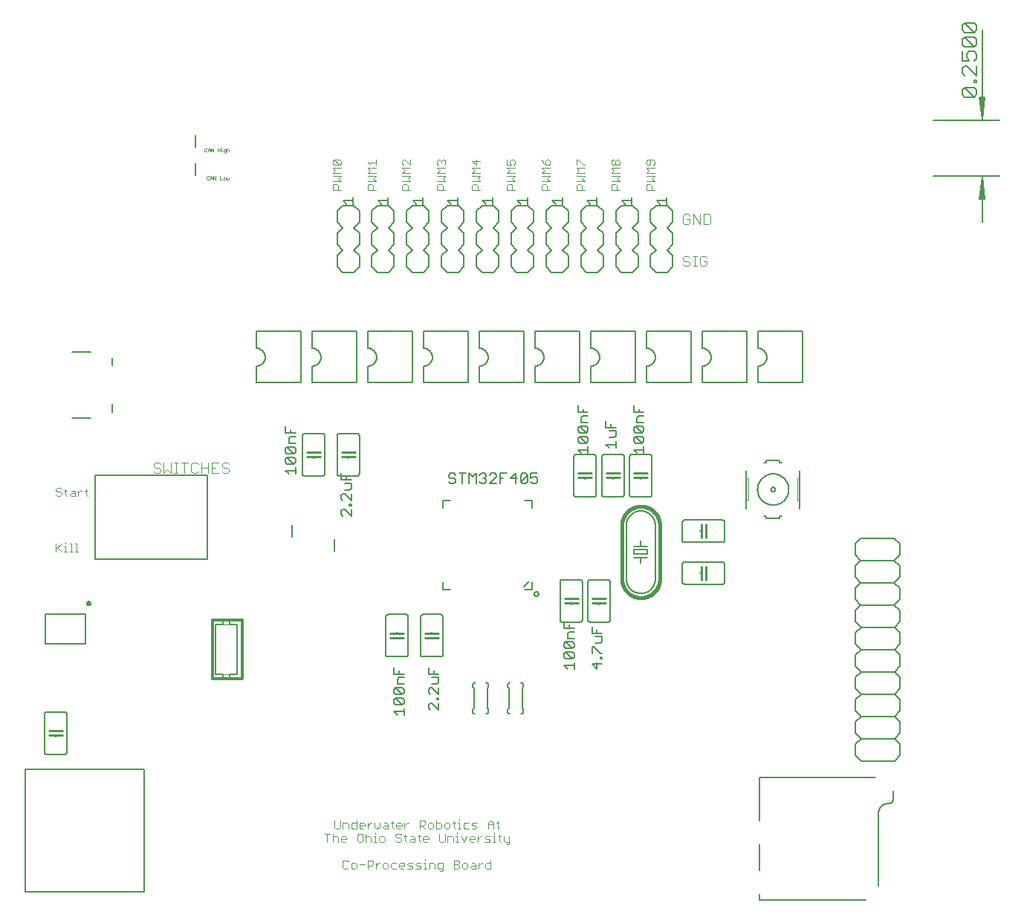
<source format=gto>
G75*
%MOIN*%
%OFA0B0*%
%FSLAX25Y25*%
%IPPOS*%
%LPD*%
%AMOC8*
5,1,8,0,0,1.08239X$1,22.5*
%
%ADD10C,0.00300*%
%ADD11C,0.00100*%
%ADD12C,0.00600*%
%ADD13C,0.00512*%
%ADD14C,0.00400*%
%ADD15C,0.00500*%
%ADD16C,0.00800*%
%ADD17C,0.01000*%
%ADD18C,0.01200*%
%ADD19C,0.00394*%
%ADD20C,0.00200*%
%ADD21C,0.01600*%
D10*
X0154829Y0113786D02*
X0157298Y0113786D01*
X0158512Y0113786D02*
X0158512Y0110083D01*
X0158512Y0111935D02*
X0159129Y0112552D01*
X0160364Y0112552D01*
X0160981Y0111935D01*
X0160981Y0110083D01*
X0162195Y0110700D02*
X0162195Y0111935D01*
X0162813Y0112552D01*
X0164047Y0112552D01*
X0164664Y0111935D01*
X0164664Y0111317D01*
X0162195Y0111317D01*
X0162195Y0110700D02*
X0162813Y0110083D01*
X0164047Y0110083D01*
X0169562Y0110700D02*
X0169562Y0113169D01*
X0170179Y0113786D01*
X0171413Y0113786D01*
X0172030Y0113169D01*
X0172030Y0110700D01*
X0171413Y0110083D01*
X0170179Y0110083D01*
X0169562Y0110700D01*
X0173245Y0110083D02*
X0173245Y0113786D01*
X0173862Y0112552D02*
X0175096Y0112552D01*
X0175714Y0111935D01*
X0175714Y0110083D01*
X0176928Y0110083D02*
X0178162Y0110083D01*
X0177545Y0110083D02*
X0177545Y0112552D01*
X0176928Y0112552D01*
X0177545Y0113786D02*
X0177545Y0114403D01*
X0177852Y0116083D02*
X0178469Y0116700D01*
X0179086Y0116083D01*
X0179704Y0116700D01*
X0179704Y0118552D01*
X0181535Y0118552D02*
X0182770Y0118552D01*
X0183387Y0117935D01*
X0183387Y0116083D01*
X0181535Y0116083D01*
X0180918Y0116700D01*
X0181535Y0117317D01*
X0183387Y0117317D01*
X0184601Y0118552D02*
X0185836Y0118552D01*
X0185218Y0119169D02*
X0185218Y0116700D01*
X0185836Y0116083D01*
X0187057Y0116700D02*
X0187057Y0117935D01*
X0187674Y0118552D01*
X0188908Y0118552D01*
X0189525Y0117935D01*
X0189525Y0117317D01*
X0187057Y0117317D01*
X0187057Y0116700D02*
X0187674Y0116083D01*
X0188908Y0116083D01*
X0190740Y0116083D02*
X0190740Y0118552D01*
X0191974Y0118552D02*
X0192591Y0118552D01*
X0191974Y0118552D02*
X0190740Y0117317D01*
X0188601Y0113786D02*
X0187367Y0113786D01*
X0186750Y0113169D01*
X0186750Y0112552D01*
X0187367Y0111935D01*
X0188601Y0111935D01*
X0189218Y0111317D01*
X0189218Y0110700D01*
X0188601Y0110083D01*
X0187367Y0110083D01*
X0186750Y0110700D01*
X0189218Y0113169D02*
X0188601Y0113786D01*
X0190433Y0112552D02*
X0191667Y0112552D01*
X0191050Y0113169D02*
X0191050Y0110700D01*
X0191667Y0110083D01*
X0192888Y0110700D02*
X0193505Y0111317D01*
X0195357Y0111317D01*
X0195357Y0111935D02*
X0195357Y0110083D01*
X0193505Y0110083D01*
X0192888Y0110700D01*
X0193505Y0112552D02*
X0194740Y0112552D01*
X0195357Y0111935D01*
X0196571Y0112552D02*
X0197806Y0112552D01*
X0197189Y0113169D02*
X0197189Y0110700D01*
X0197806Y0110083D01*
X0199027Y0110700D02*
X0199027Y0111935D01*
X0199644Y0112552D01*
X0200878Y0112552D01*
X0201496Y0111935D01*
X0201496Y0111317D01*
X0199027Y0111317D01*
X0199027Y0110700D02*
X0199644Y0110083D01*
X0200878Y0110083D01*
X0206393Y0110700D02*
X0206393Y0113786D01*
X0206710Y0116083D02*
X0204858Y0116083D01*
X0204858Y0119786D01*
X0204858Y0118552D02*
X0206710Y0118552D01*
X0207327Y0117935D01*
X0207327Y0116700D01*
X0206710Y0116083D01*
X0208542Y0116700D02*
X0209159Y0116083D01*
X0210393Y0116083D01*
X0211010Y0116700D01*
X0211010Y0117935D01*
X0210393Y0118552D01*
X0209159Y0118552D01*
X0208542Y0117935D01*
X0208542Y0116700D01*
X0208862Y0113786D02*
X0208862Y0110700D01*
X0208245Y0110083D01*
X0207010Y0110083D01*
X0206393Y0110700D01*
X0210076Y0110083D02*
X0210076Y0112552D01*
X0211928Y0112552D01*
X0212545Y0111935D01*
X0212545Y0110083D01*
X0213759Y0110083D02*
X0214994Y0110083D01*
X0214377Y0110083D02*
X0214377Y0112552D01*
X0213759Y0112552D01*
X0214377Y0113786D02*
X0214377Y0114403D01*
X0214680Y0116083D02*
X0215915Y0116083D01*
X0215297Y0116083D02*
X0215297Y0118552D01*
X0214680Y0118552D01*
X0213459Y0118552D02*
X0212225Y0118552D01*
X0212842Y0119169D02*
X0212842Y0116700D01*
X0213459Y0116083D01*
X0217136Y0116700D02*
X0217753Y0116083D01*
X0219604Y0116083D01*
X0220819Y0116083D02*
X0222670Y0116083D01*
X0223287Y0116700D01*
X0222670Y0117317D01*
X0221436Y0117317D01*
X0220819Y0117935D01*
X0221436Y0118552D01*
X0223287Y0118552D01*
X0219604Y0118552D02*
X0217753Y0118552D01*
X0217136Y0117935D01*
X0217136Y0116700D01*
X0215297Y0119786D02*
X0215297Y0120403D01*
X0216215Y0112552D02*
X0217449Y0110083D01*
X0218684Y0112552D01*
X0219898Y0111935D02*
X0220515Y0112552D01*
X0221750Y0112552D01*
X0222367Y0111935D01*
X0222367Y0111317D01*
X0219898Y0111317D01*
X0219898Y0110700D02*
X0219898Y0111935D01*
X0219898Y0110700D02*
X0220515Y0110083D01*
X0221750Y0110083D01*
X0223581Y0110083D02*
X0223581Y0112552D01*
X0224815Y0112552D02*
X0223581Y0111317D01*
X0224815Y0112552D02*
X0225433Y0112552D01*
X0226650Y0111935D02*
X0227268Y0112552D01*
X0229119Y0112552D01*
X0230334Y0112552D02*
X0230951Y0112552D01*
X0230951Y0110083D01*
X0230334Y0110083D02*
X0231568Y0110083D01*
X0233406Y0110700D02*
X0234023Y0110083D01*
X0233406Y0110700D02*
X0233406Y0113169D01*
X0232789Y0112552D02*
X0234023Y0112552D01*
X0235244Y0112552D02*
X0235244Y0110700D01*
X0235862Y0110083D01*
X0237713Y0110083D01*
X0237713Y0109466D02*
X0237096Y0108849D01*
X0236479Y0108849D01*
X0237713Y0109466D02*
X0237713Y0112552D01*
X0233103Y0116083D02*
X0232485Y0116700D01*
X0232485Y0119169D01*
X0231868Y0118552D02*
X0233103Y0118552D01*
X0230654Y0118552D02*
X0230654Y0116083D01*
X0230951Y0114403D02*
X0230951Y0113786D01*
X0228502Y0111317D02*
X0229119Y0110700D01*
X0228502Y0110083D01*
X0226650Y0110083D01*
X0227268Y0111317D02*
X0226650Y0111935D01*
X0227268Y0111317D02*
X0228502Y0111317D01*
X0228185Y0116083D02*
X0228185Y0118552D01*
X0229419Y0119786D01*
X0230654Y0118552D01*
X0230654Y0117935D02*
X0228185Y0117935D01*
X0229426Y0101786D02*
X0229426Y0098083D01*
X0227575Y0098083D01*
X0226957Y0098700D01*
X0226957Y0099935D01*
X0227575Y0100552D01*
X0229426Y0100552D01*
X0225740Y0100552D02*
X0225122Y0100552D01*
X0223888Y0099317D01*
X0222674Y0099317D02*
X0220822Y0099317D01*
X0220205Y0098700D01*
X0220822Y0098083D01*
X0222674Y0098083D01*
X0222674Y0099935D01*
X0222056Y0100552D01*
X0220822Y0100552D01*
X0218991Y0099935D02*
X0218373Y0100552D01*
X0217139Y0100552D01*
X0216522Y0099935D01*
X0216522Y0098700D01*
X0217139Y0098083D01*
X0218373Y0098083D01*
X0218991Y0098700D01*
X0218991Y0099935D01*
X0215307Y0100552D02*
X0214690Y0099935D01*
X0212839Y0099935D01*
X0214690Y0099935D02*
X0215307Y0099317D01*
X0215307Y0098700D01*
X0214690Y0098083D01*
X0212839Y0098083D01*
X0212839Y0101786D01*
X0214690Y0101786D01*
X0215307Y0101169D01*
X0215307Y0100552D01*
X0207941Y0100552D02*
X0206090Y0100552D01*
X0205472Y0099935D01*
X0205472Y0098700D01*
X0206090Y0098083D01*
X0207941Y0098083D01*
X0207941Y0097466D02*
X0207941Y0100552D01*
X0207941Y0097466D02*
X0207324Y0096849D01*
X0206707Y0096849D01*
X0204258Y0098083D02*
X0204258Y0099935D01*
X0203641Y0100552D01*
X0201789Y0100552D01*
X0201789Y0098083D01*
X0200568Y0098083D02*
X0199334Y0098083D01*
X0199951Y0098083D02*
X0199951Y0100552D01*
X0199334Y0100552D01*
X0198119Y0100552D02*
X0196268Y0100552D01*
X0195651Y0099935D01*
X0196268Y0099317D01*
X0197502Y0099317D01*
X0198119Y0098700D01*
X0197502Y0098083D01*
X0195651Y0098083D01*
X0194436Y0098700D02*
X0193819Y0099317D01*
X0192585Y0099317D01*
X0191967Y0099935D01*
X0192585Y0100552D01*
X0194436Y0100552D01*
X0194436Y0098700D02*
X0193819Y0098083D01*
X0191967Y0098083D01*
X0190753Y0099317D02*
X0188284Y0099317D01*
X0188284Y0098700D02*
X0188284Y0099935D01*
X0188902Y0100552D01*
X0190136Y0100552D01*
X0190753Y0099935D01*
X0190753Y0099317D01*
X0190136Y0098083D02*
X0188902Y0098083D01*
X0188284Y0098700D01*
X0187070Y0098083D02*
X0185218Y0098083D01*
X0184601Y0098700D01*
X0184601Y0099935D01*
X0185218Y0100552D01*
X0187070Y0100552D01*
X0183387Y0099935D02*
X0182770Y0100552D01*
X0181535Y0100552D01*
X0180918Y0099935D01*
X0180918Y0098700D01*
X0181535Y0098083D01*
X0182770Y0098083D01*
X0183387Y0098700D01*
X0183387Y0099935D01*
X0179700Y0100552D02*
X0179083Y0100552D01*
X0177849Y0099317D01*
X0177849Y0098083D02*
X0177849Y0100552D01*
X0176634Y0101169D02*
X0176634Y0099935D01*
X0176017Y0099317D01*
X0174166Y0099317D01*
X0174166Y0098083D02*
X0174166Y0101786D01*
X0176017Y0101786D01*
X0176634Y0101169D01*
X0172951Y0099935D02*
X0170482Y0099935D01*
X0169268Y0099935D02*
X0168651Y0100552D01*
X0167416Y0100552D01*
X0166799Y0099935D01*
X0166799Y0098700D01*
X0167416Y0098083D01*
X0168651Y0098083D01*
X0169268Y0098700D01*
X0169268Y0099935D01*
X0165585Y0101169D02*
X0164968Y0101786D01*
X0163733Y0101786D01*
X0163116Y0101169D01*
X0163116Y0098700D01*
X0163733Y0098083D01*
X0164968Y0098083D01*
X0165585Y0098700D01*
X0156063Y0110083D02*
X0156063Y0113786D01*
X0159433Y0116700D02*
X0160050Y0116083D01*
X0161285Y0116083D01*
X0161902Y0116700D01*
X0161902Y0119786D01*
X0163116Y0118552D02*
X0164968Y0118552D01*
X0165585Y0117935D01*
X0165585Y0116083D01*
X0166799Y0116700D02*
X0166799Y0117935D01*
X0167416Y0118552D01*
X0169268Y0118552D01*
X0169268Y0119786D02*
X0169268Y0116083D01*
X0167416Y0116083D01*
X0166799Y0116700D01*
X0170482Y0116700D02*
X0170482Y0117935D01*
X0171100Y0118552D01*
X0172334Y0118552D01*
X0172951Y0117935D01*
X0172951Y0117317D01*
X0170482Y0117317D01*
X0170482Y0116700D02*
X0171100Y0116083D01*
X0172334Y0116083D01*
X0174166Y0116083D02*
X0174166Y0118552D01*
X0175400Y0118552D02*
X0174166Y0117317D01*
X0175400Y0118552D02*
X0176017Y0118552D01*
X0177235Y0118552D02*
X0177235Y0116700D01*
X0177852Y0116083D01*
X0180001Y0112552D02*
X0179383Y0111935D01*
X0179383Y0110700D01*
X0180001Y0110083D01*
X0181235Y0110083D01*
X0181852Y0110700D01*
X0181852Y0111935D01*
X0181235Y0112552D01*
X0180001Y0112552D01*
X0173862Y0112552D02*
X0173245Y0111935D01*
X0163116Y0116083D02*
X0163116Y0118552D01*
X0159433Y0119786D02*
X0159433Y0116700D01*
X0197492Y0116083D02*
X0197492Y0119786D01*
X0199344Y0119786D01*
X0199961Y0119169D01*
X0199961Y0117935D01*
X0199344Y0117317D01*
X0197492Y0117317D01*
X0198727Y0117317D02*
X0199961Y0116083D01*
X0201175Y0116700D02*
X0201792Y0116083D01*
X0203027Y0116083D01*
X0203644Y0116700D01*
X0203644Y0117935D01*
X0203027Y0118552D01*
X0201792Y0118552D01*
X0201175Y0117935D01*
X0201175Y0116700D01*
X0199951Y0102403D02*
X0199951Y0101786D01*
X0223888Y0100552D02*
X0223888Y0098083D01*
X0048504Y0265333D02*
X0047887Y0265950D01*
X0047887Y0268419D01*
X0048504Y0267802D02*
X0047269Y0267802D01*
X0046052Y0267802D02*
X0045434Y0267802D01*
X0044200Y0266567D01*
X0042986Y0266567D02*
X0041134Y0266567D01*
X0040517Y0265950D01*
X0041134Y0265333D01*
X0042986Y0265333D01*
X0042986Y0267185D01*
X0042368Y0267802D01*
X0041134Y0267802D01*
X0039296Y0267802D02*
X0038061Y0267802D01*
X0038679Y0268419D02*
X0038679Y0265950D01*
X0039296Y0265333D01*
X0036847Y0265950D02*
X0036230Y0265333D01*
X0034996Y0265333D01*
X0034378Y0265950D01*
X0034996Y0267185D02*
X0036230Y0267185D01*
X0036847Y0266567D01*
X0036847Y0265950D01*
X0034996Y0267185D02*
X0034378Y0267802D01*
X0034378Y0268419D01*
X0034996Y0269036D01*
X0036230Y0269036D01*
X0036847Y0268419D01*
X0044200Y0267802D02*
X0044200Y0265333D01*
X0043590Y0244036D02*
X0043590Y0240333D01*
X0044207Y0240333D02*
X0042972Y0240333D01*
X0041751Y0240333D02*
X0040517Y0240333D01*
X0041134Y0240333D02*
X0041134Y0244036D01*
X0040517Y0244036D01*
X0038679Y0244036D02*
X0038679Y0244653D01*
X0038679Y0242802D02*
X0038679Y0240333D01*
X0039296Y0240333D02*
X0038061Y0240333D01*
X0036847Y0240333D02*
X0034996Y0242185D01*
X0034378Y0241567D02*
X0036847Y0244036D01*
X0038061Y0242802D02*
X0038679Y0242802D01*
X0042972Y0244036D02*
X0043590Y0244036D01*
X0034378Y0244036D02*
X0034378Y0240333D01*
X0158500Y0402833D02*
X0158500Y0404685D01*
X0159117Y0405302D01*
X0160352Y0405302D01*
X0160969Y0404685D01*
X0160969Y0402833D01*
X0162203Y0402833D02*
X0158500Y0402833D01*
X0158500Y0406516D02*
X0162203Y0406516D01*
X0160969Y0407751D01*
X0162203Y0408985D01*
X0158500Y0408985D01*
X0158500Y0410199D02*
X0159735Y0411434D01*
X0158500Y0412668D01*
X0162203Y0412668D01*
X0161586Y0413883D02*
X0159117Y0416351D01*
X0161586Y0416351D01*
X0162203Y0415734D01*
X0162203Y0414500D01*
X0161586Y0413883D01*
X0159117Y0413883D01*
X0158500Y0414500D01*
X0158500Y0415734D01*
X0159117Y0416351D01*
X0158500Y0410199D02*
X0162203Y0410199D01*
X0174125Y0410199D02*
X0175360Y0411434D01*
X0174125Y0412668D01*
X0177828Y0412668D01*
X0177828Y0413883D02*
X0177828Y0416351D01*
X0177828Y0415117D02*
X0174125Y0415117D01*
X0175360Y0413883D01*
X0174125Y0410199D02*
X0177828Y0410199D01*
X0177828Y0408985D02*
X0174125Y0408985D01*
X0174125Y0406516D02*
X0177828Y0406516D01*
X0176594Y0407751D01*
X0177828Y0408985D01*
X0175977Y0405302D02*
X0176594Y0404685D01*
X0176594Y0402833D01*
X0177828Y0402833D02*
X0174125Y0402833D01*
X0174125Y0404685D01*
X0174742Y0405302D01*
X0175977Y0405302D01*
X0189750Y0404685D02*
X0190367Y0405302D01*
X0191602Y0405302D01*
X0192219Y0404685D01*
X0192219Y0402833D01*
X0193453Y0402833D02*
X0189750Y0402833D01*
X0189750Y0404685D01*
X0189750Y0406516D02*
X0193453Y0406516D01*
X0192219Y0407751D01*
X0193453Y0408985D01*
X0189750Y0408985D01*
X0189750Y0410199D02*
X0190985Y0411434D01*
X0189750Y0412668D01*
X0193453Y0412668D01*
X0193453Y0413883D02*
X0190985Y0416351D01*
X0190367Y0416351D01*
X0189750Y0415734D01*
X0189750Y0414500D01*
X0190367Y0413883D01*
X0193453Y0413883D02*
X0193453Y0416351D01*
X0193453Y0410199D02*
X0189750Y0410199D01*
X0205375Y0410199D02*
X0206610Y0411434D01*
X0205375Y0412668D01*
X0209078Y0412668D01*
X0208461Y0413883D02*
X0209078Y0414500D01*
X0209078Y0415734D01*
X0208461Y0416351D01*
X0207844Y0416351D01*
X0207227Y0415734D01*
X0207227Y0415117D01*
X0207227Y0415734D02*
X0206610Y0416351D01*
X0205992Y0416351D01*
X0205375Y0415734D01*
X0205375Y0414500D01*
X0205992Y0413883D01*
X0205375Y0410199D02*
X0209078Y0410199D01*
X0209078Y0408985D02*
X0205375Y0408985D01*
X0205375Y0406516D02*
X0209078Y0406516D01*
X0207844Y0407751D01*
X0209078Y0408985D01*
X0207227Y0405302D02*
X0205992Y0405302D01*
X0205375Y0404685D01*
X0205375Y0402833D01*
X0209078Y0402833D01*
X0207844Y0402833D02*
X0207844Y0404685D01*
X0207227Y0405302D01*
X0221000Y0404685D02*
X0221617Y0405302D01*
X0222852Y0405302D01*
X0223469Y0404685D01*
X0223469Y0402833D01*
X0224703Y0402833D02*
X0221000Y0402833D01*
X0221000Y0404685D01*
X0221000Y0406516D02*
X0224703Y0406516D01*
X0223469Y0407751D01*
X0224703Y0408985D01*
X0221000Y0408985D01*
X0221000Y0410199D02*
X0222235Y0411434D01*
X0221000Y0412668D01*
X0224703Y0412668D01*
X0222852Y0413883D02*
X0222852Y0416351D01*
X0224703Y0415734D02*
X0221000Y0415734D01*
X0222852Y0413883D01*
X0224703Y0410199D02*
X0221000Y0410199D01*
X0236625Y0410199D02*
X0237860Y0411434D01*
X0236625Y0412668D01*
X0240328Y0412668D01*
X0239711Y0413883D02*
X0240328Y0414500D01*
X0240328Y0415734D01*
X0239711Y0416351D01*
X0238477Y0416351D01*
X0237860Y0415734D01*
X0237860Y0415117D01*
X0238477Y0413883D01*
X0236625Y0413883D01*
X0236625Y0416351D01*
X0236625Y0410199D02*
X0240328Y0410199D01*
X0240328Y0408985D02*
X0236625Y0408985D01*
X0236625Y0406516D02*
X0240328Y0406516D01*
X0239094Y0407751D01*
X0240328Y0408985D01*
X0238477Y0405302D02*
X0239094Y0404685D01*
X0239094Y0402833D01*
X0240328Y0402833D02*
X0236625Y0402833D01*
X0236625Y0404685D01*
X0237242Y0405302D01*
X0238477Y0405302D01*
X0252250Y0404685D02*
X0252867Y0405302D01*
X0254102Y0405302D01*
X0254719Y0404685D01*
X0254719Y0402833D01*
X0255953Y0402833D02*
X0252250Y0402833D01*
X0252250Y0404685D01*
X0252250Y0406516D02*
X0255953Y0406516D01*
X0254719Y0407751D01*
X0255953Y0408985D01*
X0252250Y0408985D01*
X0252250Y0410199D02*
X0253485Y0411434D01*
X0252250Y0412668D01*
X0255953Y0412668D01*
X0255336Y0413883D02*
X0255953Y0414500D01*
X0255953Y0415734D01*
X0255336Y0416351D01*
X0254719Y0416351D01*
X0254102Y0415734D01*
X0254102Y0413883D01*
X0255336Y0413883D01*
X0254102Y0413883D02*
X0252867Y0415117D01*
X0252250Y0416351D01*
X0252250Y0410199D02*
X0255953Y0410199D01*
X0267875Y0410199D02*
X0269110Y0411434D01*
X0267875Y0412668D01*
X0271578Y0412668D01*
X0271578Y0413883D02*
X0270961Y0413883D01*
X0268492Y0416351D01*
X0267875Y0416351D01*
X0267875Y0413883D01*
X0267875Y0410199D02*
X0271578Y0410199D01*
X0271578Y0408985D02*
X0267875Y0408985D01*
X0267875Y0406516D02*
X0271578Y0406516D01*
X0270344Y0407751D01*
X0271578Y0408985D01*
X0269727Y0405302D02*
X0270344Y0404685D01*
X0270344Y0402833D01*
X0271578Y0402833D02*
X0267875Y0402833D01*
X0267875Y0404685D01*
X0268492Y0405302D01*
X0269727Y0405302D01*
X0283500Y0404685D02*
X0284117Y0405302D01*
X0285352Y0405302D01*
X0285969Y0404685D01*
X0285969Y0402833D01*
X0287203Y0402833D02*
X0283500Y0402833D01*
X0283500Y0404685D01*
X0283500Y0406516D02*
X0287203Y0406516D01*
X0285969Y0407751D01*
X0287203Y0408985D01*
X0283500Y0408985D01*
X0283500Y0410199D02*
X0284735Y0411434D01*
X0283500Y0412668D01*
X0287203Y0412668D01*
X0286586Y0413883D02*
X0285969Y0413883D01*
X0285352Y0414500D01*
X0285352Y0415734D01*
X0285969Y0416351D01*
X0286586Y0416351D01*
X0287203Y0415734D01*
X0287203Y0414500D01*
X0286586Y0413883D01*
X0285352Y0414500D02*
X0284735Y0413883D01*
X0284117Y0413883D01*
X0283500Y0414500D01*
X0283500Y0415734D01*
X0284117Y0416351D01*
X0284735Y0416351D01*
X0285352Y0415734D01*
X0287203Y0410199D02*
X0283500Y0410199D01*
X0299125Y0410199D02*
X0300360Y0411434D01*
X0299125Y0412668D01*
X0302828Y0412668D01*
X0302211Y0413883D02*
X0302828Y0414500D01*
X0302828Y0415734D01*
X0302211Y0416351D01*
X0299742Y0416351D01*
X0299125Y0415734D01*
X0299125Y0414500D01*
X0299742Y0413883D01*
X0300360Y0413883D01*
X0300977Y0414500D01*
X0300977Y0416351D01*
X0302828Y0410199D02*
X0299125Y0410199D01*
X0299125Y0408985D02*
X0302828Y0408985D01*
X0301594Y0407751D01*
X0302828Y0406516D01*
X0299125Y0406516D01*
X0299742Y0405302D02*
X0300977Y0405302D01*
X0301594Y0404685D01*
X0301594Y0402833D01*
X0302828Y0402833D02*
X0299125Y0402833D01*
X0299125Y0404685D01*
X0299742Y0405302D01*
D11*
X0111931Y0407633D02*
X0111931Y0408384D01*
X0111931Y0407633D02*
X0111681Y0407383D01*
X0111430Y0407633D01*
X0111180Y0407383D01*
X0110930Y0407633D01*
X0110930Y0408384D01*
X0110458Y0408134D02*
X0110207Y0408384D01*
X0109707Y0408384D01*
X0109457Y0408134D01*
X0109457Y0407633D01*
X0109707Y0407383D01*
X0110207Y0407383D01*
X0110458Y0407633D01*
X0110458Y0408134D01*
X0108984Y0407383D02*
X0107984Y0407383D01*
X0107984Y0408884D01*
X0106038Y0408884D02*
X0106038Y0407383D01*
X0105037Y0408884D01*
X0105037Y0407383D01*
X0104565Y0407383D02*
X0104565Y0408384D01*
X0104064Y0408884D01*
X0103564Y0408384D01*
X0103564Y0407383D01*
X0103091Y0407633D02*
X0102841Y0407383D01*
X0102341Y0407383D01*
X0102091Y0407633D01*
X0102091Y0408634D01*
X0102341Y0408884D01*
X0102841Y0408884D01*
X0103091Y0408634D01*
X0103564Y0408134D02*
X0104565Y0408134D01*
X0105056Y0419883D02*
X0105056Y0421384D01*
X0104055Y0421384D02*
X0105056Y0419883D01*
X0104055Y0419883D02*
X0104055Y0421384D01*
X0103582Y0420884D02*
X0103582Y0419883D01*
X0103582Y0420634D02*
X0102582Y0420634D01*
X0102582Y0420884D02*
X0103082Y0421384D01*
X0103582Y0420884D01*
X0102582Y0420884D02*
X0102582Y0419883D01*
X0102109Y0420133D02*
X0101859Y0419883D01*
X0101359Y0419883D01*
X0101108Y0420133D01*
X0101108Y0421134D01*
X0101359Y0421384D01*
X0101859Y0421384D01*
X0102109Y0421134D01*
X0107001Y0421384D02*
X0107001Y0419883D01*
X0107001Y0420634D02*
X0108002Y0420634D01*
X0108475Y0420884D02*
X0108725Y0420884D01*
X0108725Y0419883D01*
X0108475Y0419883D02*
X0108975Y0419883D01*
X0109457Y0420133D02*
X0109707Y0419883D01*
X0110458Y0419883D01*
X0110458Y0419633D02*
X0110458Y0420884D01*
X0109707Y0420884D01*
X0109457Y0420634D01*
X0109457Y0420133D01*
X0109957Y0419383D02*
X0110207Y0419383D01*
X0110458Y0419633D01*
X0110930Y0419883D02*
X0110930Y0421384D01*
X0111180Y0420884D02*
X0111681Y0420884D01*
X0111931Y0420634D01*
X0111931Y0419883D01*
X0110930Y0420634D02*
X0111180Y0420884D01*
X0108725Y0421384D02*
X0108725Y0421635D01*
X0108002Y0421384D02*
X0108002Y0419883D01*
D12*
X0160478Y0393308D02*
X0160478Y0388308D01*
X0162978Y0385808D01*
X0160478Y0383308D01*
X0160478Y0378308D01*
X0162978Y0375808D01*
X0160478Y0373308D01*
X0160478Y0368308D01*
X0162978Y0365808D01*
X0167978Y0365808D01*
X0170478Y0368308D01*
X0170478Y0373308D01*
X0167978Y0375808D01*
X0170478Y0378308D01*
X0170478Y0383308D01*
X0167978Y0385808D01*
X0170478Y0388308D01*
X0170478Y0393308D01*
X0167978Y0395808D01*
X0162978Y0395808D01*
X0160478Y0393308D01*
X0176103Y0393308D02*
X0176103Y0388308D01*
X0178603Y0385808D01*
X0176103Y0383308D01*
X0176103Y0378308D01*
X0178603Y0375808D01*
X0176103Y0373308D01*
X0176103Y0368308D01*
X0178603Y0365808D01*
X0183603Y0365808D01*
X0186103Y0368308D01*
X0186103Y0373308D01*
X0183603Y0375808D01*
X0186103Y0378308D01*
X0186103Y0383308D01*
X0183603Y0385808D01*
X0186103Y0388308D01*
X0186103Y0393308D01*
X0183603Y0395808D01*
X0178603Y0395808D01*
X0176103Y0393308D01*
X0191728Y0393308D02*
X0191728Y0388308D01*
X0194228Y0385808D01*
X0191728Y0383308D01*
X0191728Y0378308D01*
X0194228Y0375808D01*
X0191728Y0373308D01*
X0191728Y0368308D01*
X0194228Y0365808D01*
X0199228Y0365808D01*
X0201728Y0368308D01*
X0201728Y0373308D01*
X0199228Y0375808D01*
X0201728Y0378308D01*
X0201728Y0383308D01*
X0199228Y0385808D01*
X0201728Y0388308D01*
X0201728Y0393308D01*
X0199228Y0395808D01*
X0194228Y0395808D01*
X0191728Y0393308D01*
X0207353Y0393308D02*
X0207353Y0388308D01*
X0209853Y0385808D01*
X0207353Y0383308D01*
X0207353Y0378308D01*
X0209853Y0375808D01*
X0207353Y0373308D01*
X0207353Y0368308D01*
X0209853Y0365808D01*
X0214853Y0365808D01*
X0217353Y0368308D01*
X0217353Y0373308D01*
X0214853Y0375808D01*
X0217353Y0378308D01*
X0217353Y0383308D01*
X0214853Y0385808D01*
X0217353Y0388308D01*
X0217353Y0393308D01*
X0214853Y0395808D01*
X0209853Y0395808D01*
X0207353Y0393308D01*
X0222978Y0393308D02*
X0222978Y0388308D01*
X0225478Y0385808D01*
X0222978Y0383308D01*
X0222978Y0378308D01*
X0225478Y0375808D01*
X0222978Y0373308D01*
X0222978Y0368308D01*
X0225478Y0365808D01*
X0230478Y0365808D01*
X0232978Y0368308D01*
X0232978Y0373308D01*
X0230478Y0375808D01*
X0232978Y0378308D01*
X0232978Y0383308D01*
X0230478Y0385808D01*
X0232978Y0388308D01*
X0232978Y0393308D01*
X0230478Y0395808D01*
X0225478Y0395808D01*
X0222978Y0393308D01*
X0238603Y0393308D02*
X0238603Y0388308D01*
X0241103Y0385808D01*
X0238603Y0383308D01*
X0238603Y0378308D01*
X0241103Y0375808D01*
X0238603Y0373308D01*
X0238603Y0368308D01*
X0241103Y0365808D01*
X0246103Y0365808D01*
X0248603Y0368308D01*
X0248603Y0373308D01*
X0246103Y0375808D01*
X0248603Y0378308D01*
X0248603Y0383308D01*
X0246103Y0385808D01*
X0248603Y0388308D01*
X0248603Y0393308D01*
X0246103Y0395808D01*
X0241103Y0395808D01*
X0238603Y0393308D01*
X0254228Y0393308D02*
X0254228Y0388308D01*
X0256728Y0385808D01*
X0254228Y0383308D01*
X0254228Y0378308D01*
X0256728Y0375808D01*
X0254228Y0373308D01*
X0254228Y0368308D01*
X0256728Y0365808D01*
X0261728Y0365808D01*
X0264228Y0368308D01*
X0264228Y0373308D01*
X0261728Y0375808D01*
X0264228Y0378308D01*
X0264228Y0383308D01*
X0261728Y0385808D01*
X0264228Y0388308D01*
X0264228Y0393308D01*
X0261728Y0395808D01*
X0256728Y0395808D01*
X0254228Y0393308D01*
X0269853Y0393308D02*
X0269853Y0388308D01*
X0272353Y0385808D01*
X0269853Y0383308D01*
X0269853Y0378308D01*
X0272353Y0375808D01*
X0269853Y0373308D01*
X0269853Y0368308D01*
X0272353Y0365808D01*
X0277353Y0365808D01*
X0279853Y0368308D01*
X0279853Y0373308D01*
X0277353Y0375808D01*
X0279853Y0378308D01*
X0279853Y0383308D01*
X0277353Y0385808D01*
X0279853Y0388308D01*
X0279853Y0393308D01*
X0277353Y0395808D01*
X0272353Y0395808D01*
X0269853Y0393308D01*
X0285478Y0393308D02*
X0285478Y0388308D01*
X0287978Y0385808D01*
X0285478Y0383308D01*
X0285478Y0378308D01*
X0287978Y0375808D01*
X0285478Y0373308D01*
X0285478Y0368308D01*
X0287978Y0365808D01*
X0292978Y0365808D01*
X0295478Y0368308D01*
X0295478Y0373308D01*
X0292978Y0375808D01*
X0295478Y0378308D01*
X0295478Y0383308D01*
X0292978Y0385808D01*
X0295478Y0388308D01*
X0295478Y0393308D01*
X0292978Y0395808D01*
X0287978Y0395808D01*
X0285478Y0393308D01*
X0301103Y0393308D02*
X0301103Y0388308D01*
X0303603Y0385808D01*
X0301103Y0383308D01*
X0301103Y0378308D01*
X0303603Y0375808D01*
X0301103Y0373308D01*
X0301103Y0368308D01*
X0303603Y0365808D01*
X0308603Y0365808D01*
X0311103Y0368308D01*
X0311103Y0373308D01*
X0308603Y0375808D01*
X0311103Y0378308D01*
X0311103Y0383308D01*
X0308603Y0385808D01*
X0311103Y0388308D01*
X0311103Y0393308D01*
X0308603Y0395808D01*
X0303603Y0395808D01*
X0301103Y0393308D01*
X0299228Y0339183D02*
X0299228Y0331683D01*
X0299354Y0331681D01*
X0299479Y0331675D01*
X0299604Y0331665D01*
X0299729Y0331651D01*
X0299854Y0331634D01*
X0299978Y0331612D01*
X0300101Y0331587D01*
X0300223Y0331557D01*
X0300344Y0331524D01*
X0300464Y0331487D01*
X0300583Y0331447D01*
X0300700Y0331402D01*
X0300817Y0331354D01*
X0300931Y0331302D01*
X0301044Y0331247D01*
X0301155Y0331188D01*
X0301264Y0331126D01*
X0301371Y0331060D01*
X0301476Y0330991D01*
X0301579Y0330919D01*
X0301680Y0330844D01*
X0301778Y0330765D01*
X0301873Y0330683D01*
X0301966Y0330599D01*
X0302056Y0330511D01*
X0302144Y0330421D01*
X0302228Y0330328D01*
X0302310Y0330233D01*
X0302389Y0330135D01*
X0302464Y0330034D01*
X0302536Y0329931D01*
X0302605Y0329826D01*
X0302671Y0329719D01*
X0302733Y0329610D01*
X0302792Y0329499D01*
X0302847Y0329386D01*
X0302899Y0329272D01*
X0302947Y0329155D01*
X0302992Y0329038D01*
X0303032Y0328919D01*
X0303069Y0328799D01*
X0303102Y0328678D01*
X0303132Y0328556D01*
X0303157Y0328433D01*
X0303179Y0328309D01*
X0303196Y0328184D01*
X0303210Y0328059D01*
X0303220Y0327934D01*
X0303226Y0327809D01*
X0303228Y0327683D01*
X0303226Y0327557D01*
X0303220Y0327432D01*
X0303210Y0327307D01*
X0303196Y0327182D01*
X0303179Y0327057D01*
X0303157Y0326933D01*
X0303132Y0326810D01*
X0303102Y0326688D01*
X0303069Y0326567D01*
X0303032Y0326447D01*
X0302992Y0326328D01*
X0302947Y0326211D01*
X0302899Y0326094D01*
X0302847Y0325980D01*
X0302792Y0325867D01*
X0302733Y0325756D01*
X0302671Y0325647D01*
X0302605Y0325540D01*
X0302536Y0325435D01*
X0302464Y0325332D01*
X0302389Y0325231D01*
X0302310Y0325133D01*
X0302228Y0325038D01*
X0302144Y0324945D01*
X0302056Y0324855D01*
X0301966Y0324767D01*
X0301873Y0324683D01*
X0301778Y0324601D01*
X0301680Y0324522D01*
X0301579Y0324447D01*
X0301476Y0324375D01*
X0301371Y0324306D01*
X0301264Y0324240D01*
X0301155Y0324178D01*
X0301044Y0324119D01*
X0300931Y0324064D01*
X0300817Y0324012D01*
X0300700Y0323964D01*
X0300583Y0323919D01*
X0300464Y0323879D01*
X0300344Y0323842D01*
X0300223Y0323809D01*
X0300101Y0323779D01*
X0299978Y0323754D01*
X0299854Y0323732D01*
X0299729Y0323715D01*
X0299604Y0323701D01*
X0299479Y0323691D01*
X0299354Y0323685D01*
X0299228Y0323683D01*
X0299228Y0316183D01*
X0319228Y0316183D01*
X0319228Y0339183D01*
X0299228Y0339183D01*
X0294228Y0339183D02*
X0294228Y0316183D01*
X0274228Y0316183D01*
X0274228Y0323683D01*
X0274354Y0323685D01*
X0274479Y0323691D01*
X0274604Y0323701D01*
X0274729Y0323715D01*
X0274854Y0323732D01*
X0274978Y0323754D01*
X0275101Y0323779D01*
X0275223Y0323809D01*
X0275344Y0323842D01*
X0275464Y0323879D01*
X0275583Y0323919D01*
X0275700Y0323964D01*
X0275817Y0324012D01*
X0275931Y0324064D01*
X0276044Y0324119D01*
X0276155Y0324178D01*
X0276264Y0324240D01*
X0276371Y0324306D01*
X0276476Y0324375D01*
X0276579Y0324447D01*
X0276680Y0324522D01*
X0276778Y0324601D01*
X0276873Y0324683D01*
X0276966Y0324767D01*
X0277056Y0324855D01*
X0277144Y0324945D01*
X0277228Y0325038D01*
X0277310Y0325133D01*
X0277389Y0325231D01*
X0277464Y0325332D01*
X0277536Y0325435D01*
X0277605Y0325540D01*
X0277671Y0325647D01*
X0277733Y0325756D01*
X0277792Y0325867D01*
X0277847Y0325980D01*
X0277899Y0326094D01*
X0277947Y0326211D01*
X0277992Y0326328D01*
X0278032Y0326447D01*
X0278069Y0326567D01*
X0278102Y0326688D01*
X0278132Y0326810D01*
X0278157Y0326933D01*
X0278179Y0327057D01*
X0278196Y0327182D01*
X0278210Y0327307D01*
X0278220Y0327432D01*
X0278226Y0327557D01*
X0278228Y0327683D01*
X0278226Y0327809D01*
X0278220Y0327934D01*
X0278210Y0328059D01*
X0278196Y0328184D01*
X0278179Y0328309D01*
X0278157Y0328433D01*
X0278132Y0328556D01*
X0278102Y0328678D01*
X0278069Y0328799D01*
X0278032Y0328919D01*
X0277992Y0329038D01*
X0277947Y0329155D01*
X0277899Y0329272D01*
X0277847Y0329386D01*
X0277792Y0329499D01*
X0277733Y0329610D01*
X0277671Y0329719D01*
X0277605Y0329826D01*
X0277536Y0329931D01*
X0277464Y0330034D01*
X0277389Y0330135D01*
X0277310Y0330233D01*
X0277228Y0330328D01*
X0277144Y0330421D01*
X0277056Y0330511D01*
X0276966Y0330599D01*
X0276873Y0330683D01*
X0276778Y0330765D01*
X0276680Y0330844D01*
X0276579Y0330919D01*
X0276476Y0330991D01*
X0276371Y0331060D01*
X0276264Y0331126D01*
X0276155Y0331188D01*
X0276044Y0331247D01*
X0275931Y0331302D01*
X0275817Y0331354D01*
X0275700Y0331402D01*
X0275583Y0331447D01*
X0275464Y0331487D01*
X0275344Y0331524D01*
X0275223Y0331557D01*
X0275101Y0331587D01*
X0274978Y0331612D01*
X0274854Y0331634D01*
X0274729Y0331651D01*
X0274604Y0331665D01*
X0274479Y0331675D01*
X0274354Y0331681D01*
X0274228Y0331683D01*
X0274228Y0339183D01*
X0294228Y0339183D01*
X0269228Y0339183D02*
X0269228Y0316183D01*
X0249228Y0316183D01*
X0249228Y0323683D01*
X0249354Y0323685D01*
X0249479Y0323691D01*
X0249604Y0323701D01*
X0249729Y0323715D01*
X0249854Y0323732D01*
X0249978Y0323754D01*
X0250101Y0323779D01*
X0250223Y0323809D01*
X0250344Y0323842D01*
X0250464Y0323879D01*
X0250583Y0323919D01*
X0250700Y0323964D01*
X0250817Y0324012D01*
X0250931Y0324064D01*
X0251044Y0324119D01*
X0251155Y0324178D01*
X0251264Y0324240D01*
X0251371Y0324306D01*
X0251476Y0324375D01*
X0251579Y0324447D01*
X0251680Y0324522D01*
X0251778Y0324601D01*
X0251873Y0324683D01*
X0251966Y0324767D01*
X0252056Y0324855D01*
X0252144Y0324945D01*
X0252228Y0325038D01*
X0252310Y0325133D01*
X0252389Y0325231D01*
X0252464Y0325332D01*
X0252536Y0325435D01*
X0252605Y0325540D01*
X0252671Y0325647D01*
X0252733Y0325756D01*
X0252792Y0325867D01*
X0252847Y0325980D01*
X0252899Y0326094D01*
X0252947Y0326211D01*
X0252992Y0326328D01*
X0253032Y0326447D01*
X0253069Y0326567D01*
X0253102Y0326688D01*
X0253132Y0326810D01*
X0253157Y0326933D01*
X0253179Y0327057D01*
X0253196Y0327182D01*
X0253210Y0327307D01*
X0253220Y0327432D01*
X0253226Y0327557D01*
X0253228Y0327683D01*
X0253226Y0327809D01*
X0253220Y0327934D01*
X0253210Y0328059D01*
X0253196Y0328184D01*
X0253179Y0328309D01*
X0253157Y0328433D01*
X0253132Y0328556D01*
X0253102Y0328678D01*
X0253069Y0328799D01*
X0253032Y0328919D01*
X0252992Y0329038D01*
X0252947Y0329155D01*
X0252899Y0329272D01*
X0252847Y0329386D01*
X0252792Y0329499D01*
X0252733Y0329610D01*
X0252671Y0329719D01*
X0252605Y0329826D01*
X0252536Y0329931D01*
X0252464Y0330034D01*
X0252389Y0330135D01*
X0252310Y0330233D01*
X0252228Y0330328D01*
X0252144Y0330421D01*
X0252056Y0330511D01*
X0251966Y0330599D01*
X0251873Y0330683D01*
X0251778Y0330765D01*
X0251680Y0330844D01*
X0251579Y0330919D01*
X0251476Y0330991D01*
X0251371Y0331060D01*
X0251264Y0331126D01*
X0251155Y0331188D01*
X0251044Y0331247D01*
X0250931Y0331302D01*
X0250817Y0331354D01*
X0250700Y0331402D01*
X0250583Y0331447D01*
X0250464Y0331487D01*
X0250344Y0331524D01*
X0250223Y0331557D01*
X0250101Y0331587D01*
X0249978Y0331612D01*
X0249854Y0331634D01*
X0249729Y0331651D01*
X0249604Y0331665D01*
X0249479Y0331675D01*
X0249354Y0331681D01*
X0249228Y0331683D01*
X0249228Y0339183D01*
X0269228Y0339183D01*
X0244228Y0339183D02*
X0244228Y0316183D01*
X0224228Y0316183D01*
X0224228Y0323683D01*
X0224354Y0323685D01*
X0224479Y0323691D01*
X0224604Y0323701D01*
X0224729Y0323715D01*
X0224854Y0323732D01*
X0224978Y0323754D01*
X0225101Y0323779D01*
X0225223Y0323809D01*
X0225344Y0323842D01*
X0225464Y0323879D01*
X0225583Y0323919D01*
X0225700Y0323964D01*
X0225817Y0324012D01*
X0225931Y0324064D01*
X0226044Y0324119D01*
X0226155Y0324178D01*
X0226264Y0324240D01*
X0226371Y0324306D01*
X0226476Y0324375D01*
X0226579Y0324447D01*
X0226680Y0324522D01*
X0226778Y0324601D01*
X0226873Y0324683D01*
X0226966Y0324767D01*
X0227056Y0324855D01*
X0227144Y0324945D01*
X0227228Y0325038D01*
X0227310Y0325133D01*
X0227389Y0325231D01*
X0227464Y0325332D01*
X0227536Y0325435D01*
X0227605Y0325540D01*
X0227671Y0325647D01*
X0227733Y0325756D01*
X0227792Y0325867D01*
X0227847Y0325980D01*
X0227899Y0326094D01*
X0227947Y0326211D01*
X0227992Y0326328D01*
X0228032Y0326447D01*
X0228069Y0326567D01*
X0228102Y0326688D01*
X0228132Y0326810D01*
X0228157Y0326933D01*
X0228179Y0327057D01*
X0228196Y0327182D01*
X0228210Y0327307D01*
X0228220Y0327432D01*
X0228226Y0327557D01*
X0228228Y0327683D01*
X0228226Y0327809D01*
X0228220Y0327934D01*
X0228210Y0328059D01*
X0228196Y0328184D01*
X0228179Y0328309D01*
X0228157Y0328433D01*
X0228132Y0328556D01*
X0228102Y0328678D01*
X0228069Y0328799D01*
X0228032Y0328919D01*
X0227992Y0329038D01*
X0227947Y0329155D01*
X0227899Y0329272D01*
X0227847Y0329386D01*
X0227792Y0329499D01*
X0227733Y0329610D01*
X0227671Y0329719D01*
X0227605Y0329826D01*
X0227536Y0329931D01*
X0227464Y0330034D01*
X0227389Y0330135D01*
X0227310Y0330233D01*
X0227228Y0330328D01*
X0227144Y0330421D01*
X0227056Y0330511D01*
X0226966Y0330599D01*
X0226873Y0330683D01*
X0226778Y0330765D01*
X0226680Y0330844D01*
X0226579Y0330919D01*
X0226476Y0330991D01*
X0226371Y0331060D01*
X0226264Y0331126D01*
X0226155Y0331188D01*
X0226044Y0331247D01*
X0225931Y0331302D01*
X0225817Y0331354D01*
X0225700Y0331402D01*
X0225583Y0331447D01*
X0225464Y0331487D01*
X0225344Y0331524D01*
X0225223Y0331557D01*
X0225101Y0331587D01*
X0224978Y0331612D01*
X0224854Y0331634D01*
X0224729Y0331651D01*
X0224604Y0331665D01*
X0224479Y0331675D01*
X0224354Y0331681D01*
X0224228Y0331683D01*
X0224228Y0339183D01*
X0244228Y0339183D01*
X0219228Y0339183D02*
X0219228Y0316183D01*
X0199228Y0316183D01*
X0199228Y0323683D01*
X0199354Y0323685D01*
X0199479Y0323691D01*
X0199604Y0323701D01*
X0199729Y0323715D01*
X0199854Y0323732D01*
X0199978Y0323754D01*
X0200101Y0323779D01*
X0200223Y0323809D01*
X0200344Y0323842D01*
X0200464Y0323879D01*
X0200583Y0323919D01*
X0200700Y0323964D01*
X0200817Y0324012D01*
X0200931Y0324064D01*
X0201044Y0324119D01*
X0201155Y0324178D01*
X0201264Y0324240D01*
X0201371Y0324306D01*
X0201476Y0324375D01*
X0201579Y0324447D01*
X0201680Y0324522D01*
X0201778Y0324601D01*
X0201873Y0324683D01*
X0201966Y0324767D01*
X0202056Y0324855D01*
X0202144Y0324945D01*
X0202228Y0325038D01*
X0202310Y0325133D01*
X0202389Y0325231D01*
X0202464Y0325332D01*
X0202536Y0325435D01*
X0202605Y0325540D01*
X0202671Y0325647D01*
X0202733Y0325756D01*
X0202792Y0325867D01*
X0202847Y0325980D01*
X0202899Y0326094D01*
X0202947Y0326211D01*
X0202992Y0326328D01*
X0203032Y0326447D01*
X0203069Y0326567D01*
X0203102Y0326688D01*
X0203132Y0326810D01*
X0203157Y0326933D01*
X0203179Y0327057D01*
X0203196Y0327182D01*
X0203210Y0327307D01*
X0203220Y0327432D01*
X0203226Y0327557D01*
X0203228Y0327683D01*
X0203226Y0327809D01*
X0203220Y0327934D01*
X0203210Y0328059D01*
X0203196Y0328184D01*
X0203179Y0328309D01*
X0203157Y0328433D01*
X0203132Y0328556D01*
X0203102Y0328678D01*
X0203069Y0328799D01*
X0203032Y0328919D01*
X0202992Y0329038D01*
X0202947Y0329155D01*
X0202899Y0329272D01*
X0202847Y0329386D01*
X0202792Y0329499D01*
X0202733Y0329610D01*
X0202671Y0329719D01*
X0202605Y0329826D01*
X0202536Y0329931D01*
X0202464Y0330034D01*
X0202389Y0330135D01*
X0202310Y0330233D01*
X0202228Y0330328D01*
X0202144Y0330421D01*
X0202056Y0330511D01*
X0201966Y0330599D01*
X0201873Y0330683D01*
X0201778Y0330765D01*
X0201680Y0330844D01*
X0201579Y0330919D01*
X0201476Y0330991D01*
X0201371Y0331060D01*
X0201264Y0331126D01*
X0201155Y0331188D01*
X0201044Y0331247D01*
X0200931Y0331302D01*
X0200817Y0331354D01*
X0200700Y0331402D01*
X0200583Y0331447D01*
X0200464Y0331487D01*
X0200344Y0331524D01*
X0200223Y0331557D01*
X0200101Y0331587D01*
X0199978Y0331612D01*
X0199854Y0331634D01*
X0199729Y0331651D01*
X0199604Y0331665D01*
X0199479Y0331675D01*
X0199354Y0331681D01*
X0199228Y0331683D01*
X0199228Y0339183D01*
X0219228Y0339183D01*
X0194228Y0339183D02*
X0194228Y0316183D01*
X0174228Y0316183D01*
X0174228Y0323683D01*
X0174354Y0323685D01*
X0174479Y0323691D01*
X0174604Y0323701D01*
X0174729Y0323715D01*
X0174854Y0323732D01*
X0174978Y0323754D01*
X0175101Y0323779D01*
X0175223Y0323809D01*
X0175344Y0323842D01*
X0175464Y0323879D01*
X0175583Y0323919D01*
X0175700Y0323964D01*
X0175817Y0324012D01*
X0175931Y0324064D01*
X0176044Y0324119D01*
X0176155Y0324178D01*
X0176264Y0324240D01*
X0176371Y0324306D01*
X0176476Y0324375D01*
X0176579Y0324447D01*
X0176680Y0324522D01*
X0176778Y0324601D01*
X0176873Y0324683D01*
X0176966Y0324767D01*
X0177056Y0324855D01*
X0177144Y0324945D01*
X0177228Y0325038D01*
X0177310Y0325133D01*
X0177389Y0325231D01*
X0177464Y0325332D01*
X0177536Y0325435D01*
X0177605Y0325540D01*
X0177671Y0325647D01*
X0177733Y0325756D01*
X0177792Y0325867D01*
X0177847Y0325980D01*
X0177899Y0326094D01*
X0177947Y0326211D01*
X0177992Y0326328D01*
X0178032Y0326447D01*
X0178069Y0326567D01*
X0178102Y0326688D01*
X0178132Y0326810D01*
X0178157Y0326933D01*
X0178179Y0327057D01*
X0178196Y0327182D01*
X0178210Y0327307D01*
X0178220Y0327432D01*
X0178226Y0327557D01*
X0178228Y0327683D01*
X0178226Y0327809D01*
X0178220Y0327934D01*
X0178210Y0328059D01*
X0178196Y0328184D01*
X0178179Y0328309D01*
X0178157Y0328433D01*
X0178132Y0328556D01*
X0178102Y0328678D01*
X0178069Y0328799D01*
X0178032Y0328919D01*
X0177992Y0329038D01*
X0177947Y0329155D01*
X0177899Y0329272D01*
X0177847Y0329386D01*
X0177792Y0329499D01*
X0177733Y0329610D01*
X0177671Y0329719D01*
X0177605Y0329826D01*
X0177536Y0329931D01*
X0177464Y0330034D01*
X0177389Y0330135D01*
X0177310Y0330233D01*
X0177228Y0330328D01*
X0177144Y0330421D01*
X0177056Y0330511D01*
X0176966Y0330599D01*
X0176873Y0330683D01*
X0176778Y0330765D01*
X0176680Y0330844D01*
X0176579Y0330919D01*
X0176476Y0330991D01*
X0176371Y0331060D01*
X0176264Y0331126D01*
X0176155Y0331188D01*
X0176044Y0331247D01*
X0175931Y0331302D01*
X0175817Y0331354D01*
X0175700Y0331402D01*
X0175583Y0331447D01*
X0175464Y0331487D01*
X0175344Y0331524D01*
X0175223Y0331557D01*
X0175101Y0331587D01*
X0174978Y0331612D01*
X0174854Y0331634D01*
X0174729Y0331651D01*
X0174604Y0331665D01*
X0174479Y0331675D01*
X0174354Y0331681D01*
X0174228Y0331683D01*
X0174228Y0339183D01*
X0194228Y0339183D01*
X0169228Y0339183D02*
X0169228Y0316183D01*
X0149228Y0316183D01*
X0149228Y0323683D01*
X0149354Y0323685D01*
X0149479Y0323691D01*
X0149604Y0323701D01*
X0149729Y0323715D01*
X0149854Y0323732D01*
X0149978Y0323754D01*
X0150101Y0323779D01*
X0150223Y0323809D01*
X0150344Y0323842D01*
X0150464Y0323879D01*
X0150583Y0323919D01*
X0150700Y0323964D01*
X0150817Y0324012D01*
X0150931Y0324064D01*
X0151044Y0324119D01*
X0151155Y0324178D01*
X0151264Y0324240D01*
X0151371Y0324306D01*
X0151476Y0324375D01*
X0151579Y0324447D01*
X0151680Y0324522D01*
X0151778Y0324601D01*
X0151873Y0324683D01*
X0151966Y0324767D01*
X0152056Y0324855D01*
X0152144Y0324945D01*
X0152228Y0325038D01*
X0152310Y0325133D01*
X0152389Y0325231D01*
X0152464Y0325332D01*
X0152536Y0325435D01*
X0152605Y0325540D01*
X0152671Y0325647D01*
X0152733Y0325756D01*
X0152792Y0325867D01*
X0152847Y0325980D01*
X0152899Y0326094D01*
X0152947Y0326211D01*
X0152992Y0326328D01*
X0153032Y0326447D01*
X0153069Y0326567D01*
X0153102Y0326688D01*
X0153132Y0326810D01*
X0153157Y0326933D01*
X0153179Y0327057D01*
X0153196Y0327182D01*
X0153210Y0327307D01*
X0153220Y0327432D01*
X0153226Y0327557D01*
X0153228Y0327683D01*
X0153226Y0327809D01*
X0153220Y0327934D01*
X0153210Y0328059D01*
X0153196Y0328184D01*
X0153179Y0328309D01*
X0153157Y0328433D01*
X0153132Y0328556D01*
X0153102Y0328678D01*
X0153069Y0328799D01*
X0153032Y0328919D01*
X0152992Y0329038D01*
X0152947Y0329155D01*
X0152899Y0329272D01*
X0152847Y0329386D01*
X0152792Y0329499D01*
X0152733Y0329610D01*
X0152671Y0329719D01*
X0152605Y0329826D01*
X0152536Y0329931D01*
X0152464Y0330034D01*
X0152389Y0330135D01*
X0152310Y0330233D01*
X0152228Y0330328D01*
X0152144Y0330421D01*
X0152056Y0330511D01*
X0151966Y0330599D01*
X0151873Y0330683D01*
X0151778Y0330765D01*
X0151680Y0330844D01*
X0151579Y0330919D01*
X0151476Y0330991D01*
X0151371Y0331060D01*
X0151264Y0331126D01*
X0151155Y0331188D01*
X0151044Y0331247D01*
X0150931Y0331302D01*
X0150817Y0331354D01*
X0150700Y0331402D01*
X0150583Y0331447D01*
X0150464Y0331487D01*
X0150344Y0331524D01*
X0150223Y0331557D01*
X0150101Y0331587D01*
X0149978Y0331612D01*
X0149854Y0331634D01*
X0149729Y0331651D01*
X0149604Y0331665D01*
X0149479Y0331675D01*
X0149354Y0331681D01*
X0149228Y0331683D01*
X0149228Y0339183D01*
X0169228Y0339183D01*
X0144228Y0339183D02*
X0144228Y0316183D01*
X0124228Y0316183D01*
X0124228Y0323683D01*
X0124354Y0323685D01*
X0124479Y0323691D01*
X0124604Y0323701D01*
X0124729Y0323715D01*
X0124854Y0323732D01*
X0124978Y0323754D01*
X0125101Y0323779D01*
X0125223Y0323809D01*
X0125344Y0323842D01*
X0125464Y0323879D01*
X0125583Y0323919D01*
X0125700Y0323964D01*
X0125817Y0324012D01*
X0125931Y0324064D01*
X0126044Y0324119D01*
X0126155Y0324178D01*
X0126264Y0324240D01*
X0126371Y0324306D01*
X0126476Y0324375D01*
X0126579Y0324447D01*
X0126680Y0324522D01*
X0126778Y0324601D01*
X0126873Y0324683D01*
X0126966Y0324767D01*
X0127056Y0324855D01*
X0127144Y0324945D01*
X0127228Y0325038D01*
X0127310Y0325133D01*
X0127389Y0325231D01*
X0127464Y0325332D01*
X0127536Y0325435D01*
X0127605Y0325540D01*
X0127671Y0325647D01*
X0127733Y0325756D01*
X0127792Y0325867D01*
X0127847Y0325980D01*
X0127899Y0326094D01*
X0127947Y0326211D01*
X0127992Y0326328D01*
X0128032Y0326447D01*
X0128069Y0326567D01*
X0128102Y0326688D01*
X0128132Y0326810D01*
X0128157Y0326933D01*
X0128179Y0327057D01*
X0128196Y0327182D01*
X0128210Y0327307D01*
X0128220Y0327432D01*
X0128226Y0327557D01*
X0128228Y0327683D01*
X0128226Y0327809D01*
X0128220Y0327934D01*
X0128210Y0328059D01*
X0128196Y0328184D01*
X0128179Y0328309D01*
X0128157Y0328433D01*
X0128132Y0328556D01*
X0128102Y0328678D01*
X0128069Y0328799D01*
X0128032Y0328919D01*
X0127992Y0329038D01*
X0127947Y0329155D01*
X0127899Y0329272D01*
X0127847Y0329386D01*
X0127792Y0329499D01*
X0127733Y0329610D01*
X0127671Y0329719D01*
X0127605Y0329826D01*
X0127536Y0329931D01*
X0127464Y0330034D01*
X0127389Y0330135D01*
X0127310Y0330233D01*
X0127228Y0330328D01*
X0127144Y0330421D01*
X0127056Y0330511D01*
X0126966Y0330599D01*
X0126873Y0330683D01*
X0126778Y0330765D01*
X0126680Y0330844D01*
X0126579Y0330919D01*
X0126476Y0330991D01*
X0126371Y0331060D01*
X0126264Y0331126D01*
X0126155Y0331188D01*
X0126044Y0331247D01*
X0125931Y0331302D01*
X0125817Y0331354D01*
X0125700Y0331402D01*
X0125583Y0331447D01*
X0125464Y0331487D01*
X0125344Y0331524D01*
X0125223Y0331557D01*
X0125101Y0331587D01*
X0124978Y0331612D01*
X0124854Y0331634D01*
X0124729Y0331651D01*
X0124604Y0331665D01*
X0124479Y0331675D01*
X0124354Y0331681D01*
X0124228Y0331683D01*
X0124228Y0339183D01*
X0144228Y0339183D01*
X0145853Y0293433D02*
X0153853Y0293433D01*
X0153913Y0293431D01*
X0153974Y0293426D01*
X0154033Y0293417D01*
X0154092Y0293404D01*
X0154151Y0293388D01*
X0154208Y0293368D01*
X0154263Y0293345D01*
X0154318Y0293318D01*
X0154370Y0293289D01*
X0154421Y0293256D01*
X0154470Y0293220D01*
X0154516Y0293182D01*
X0154560Y0293140D01*
X0154602Y0293096D01*
X0154640Y0293050D01*
X0154676Y0293001D01*
X0154709Y0292950D01*
X0154738Y0292898D01*
X0154765Y0292843D01*
X0154788Y0292788D01*
X0154808Y0292731D01*
X0154824Y0292672D01*
X0154837Y0292613D01*
X0154846Y0292554D01*
X0154851Y0292493D01*
X0154853Y0292433D01*
X0154853Y0275433D01*
X0154851Y0275373D01*
X0154846Y0275312D01*
X0154837Y0275253D01*
X0154824Y0275194D01*
X0154808Y0275135D01*
X0154788Y0275078D01*
X0154765Y0275023D01*
X0154738Y0274968D01*
X0154709Y0274916D01*
X0154676Y0274865D01*
X0154640Y0274816D01*
X0154602Y0274770D01*
X0154560Y0274726D01*
X0154516Y0274684D01*
X0154470Y0274646D01*
X0154421Y0274610D01*
X0154370Y0274577D01*
X0154318Y0274548D01*
X0154263Y0274521D01*
X0154208Y0274498D01*
X0154151Y0274478D01*
X0154092Y0274462D01*
X0154033Y0274449D01*
X0153974Y0274440D01*
X0153913Y0274435D01*
X0153853Y0274433D01*
X0145853Y0274433D01*
X0145793Y0274435D01*
X0145732Y0274440D01*
X0145673Y0274449D01*
X0145614Y0274462D01*
X0145555Y0274478D01*
X0145498Y0274498D01*
X0145443Y0274521D01*
X0145388Y0274548D01*
X0145336Y0274577D01*
X0145285Y0274610D01*
X0145236Y0274646D01*
X0145190Y0274684D01*
X0145146Y0274726D01*
X0145104Y0274770D01*
X0145066Y0274816D01*
X0145030Y0274865D01*
X0144997Y0274916D01*
X0144968Y0274968D01*
X0144941Y0275023D01*
X0144918Y0275078D01*
X0144898Y0275135D01*
X0144882Y0275194D01*
X0144869Y0275253D01*
X0144860Y0275312D01*
X0144855Y0275373D01*
X0144853Y0275433D01*
X0144853Y0292433D01*
X0144855Y0292493D01*
X0144860Y0292554D01*
X0144869Y0292613D01*
X0144882Y0292672D01*
X0144898Y0292731D01*
X0144918Y0292788D01*
X0144941Y0292843D01*
X0144968Y0292898D01*
X0144997Y0292950D01*
X0145030Y0293001D01*
X0145066Y0293050D01*
X0145104Y0293096D01*
X0145146Y0293140D01*
X0145190Y0293182D01*
X0145236Y0293220D01*
X0145285Y0293256D01*
X0145336Y0293289D01*
X0145388Y0293318D01*
X0145443Y0293345D01*
X0145498Y0293368D01*
X0145555Y0293388D01*
X0145614Y0293404D01*
X0145673Y0293417D01*
X0145732Y0293426D01*
X0145793Y0293431D01*
X0145853Y0293433D01*
X0149853Y0285433D02*
X0149853Y0284933D01*
X0149853Y0282933D02*
X0149853Y0282433D01*
X0160478Y0275433D02*
X0160478Y0292433D01*
X0160480Y0292493D01*
X0160485Y0292554D01*
X0160494Y0292613D01*
X0160507Y0292672D01*
X0160523Y0292731D01*
X0160543Y0292788D01*
X0160566Y0292843D01*
X0160593Y0292898D01*
X0160622Y0292950D01*
X0160655Y0293001D01*
X0160691Y0293050D01*
X0160729Y0293096D01*
X0160771Y0293140D01*
X0160815Y0293182D01*
X0160861Y0293220D01*
X0160910Y0293256D01*
X0160961Y0293289D01*
X0161013Y0293318D01*
X0161068Y0293345D01*
X0161123Y0293368D01*
X0161180Y0293388D01*
X0161239Y0293404D01*
X0161298Y0293417D01*
X0161357Y0293426D01*
X0161418Y0293431D01*
X0161478Y0293433D01*
X0169478Y0293433D01*
X0169538Y0293431D01*
X0169599Y0293426D01*
X0169658Y0293417D01*
X0169717Y0293404D01*
X0169776Y0293388D01*
X0169833Y0293368D01*
X0169888Y0293345D01*
X0169943Y0293318D01*
X0169995Y0293289D01*
X0170046Y0293256D01*
X0170095Y0293220D01*
X0170141Y0293182D01*
X0170185Y0293140D01*
X0170227Y0293096D01*
X0170265Y0293050D01*
X0170301Y0293001D01*
X0170334Y0292950D01*
X0170363Y0292898D01*
X0170390Y0292843D01*
X0170413Y0292788D01*
X0170433Y0292731D01*
X0170449Y0292672D01*
X0170462Y0292613D01*
X0170471Y0292554D01*
X0170476Y0292493D01*
X0170478Y0292433D01*
X0170478Y0275433D01*
X0170476Y0275373D01*
X0170471Y0275312D01*
X0170462Y0275253D01*
X0170449Y0275194D01*
X0170433Y0275135D01*
X0170413Y0275078D01*
X0170390Y0275023D01*
X0170363Y0274968D01*
X0170334Y0274916D01*
X0170301Y0274865D01*
X0170265Y0274816D01*
X0170227Y0274770D01*
X0170185Y0274726D01*
X0170141Y0274684D01*
X0170095Y0274646D01*
X0170046Y0274610D01*
X0169995Y0274577D01*
X0169943Y0274548D01*
X0169888Y0274521D01*
X0169833Y0274498D01*
X0169776Y0274478D01*
X0169717Y0274462D01*
X0169658Y0274449D01*
X0169599Y0274440D01*
X0169538Y0274435D01*
X0169478Y0274433D01*
X0161478Y0274433D01*
X0161418Y0274435D01*
X0161357Y0274440D01*
X0161298Y0274449D01*
X0161239Y0274462D01*
X0161180Y0274478D01*
X0161123Y0274498D01*
X0161068Y0274521D01*
X0161013Y0274548D01*
X0160961Y0274577D01*
X0160910Y0274610D01*
X0160861Y0274646D01*
X0160815Y0274684D01*
X0160771Y0274726D01*
X0160729Y0274770D01*
X0160691Y0274816D01*
X0160655Y0274865D01*
X0160622Y0274916D01*
X0160593Y0274968D01*
X0160566Y0275023D01*
X0160543Y0275078D01*
X0160523Y0275135D01*
X0160507Y0275194D01*
X0160494Y0275253D01*
X0160485Y0275312D01*
X0160480Y0275373D01*
X0160478Y0275433D01*
X0165478Y0282433D02*
X0165478Y0282933D01*
X0165478Y0284933D02*
X0165478Y0285433D01*
X0207878Y0263408D02*
X0207878Y0259908D01*
X0207878Y0263408D02*
X0211378Y0263408D01*
X0244578Y0263408D02*
X0248078Y0263408D01*
X0248078Y0259908D01*
X0266728Y0266058D02*
X0266728Y0283058D01*
X0266730Y0283118D01*
X0266735Y0283179D01*
X0266744Y0283238D01*
X0266757Y0283297D01*
X0266773Y0283356D01*
X0266793Y0283413D01*
X0266816Y0283468D01*
X0266843Y0283523D01*
X0266872Y0283575D01*
X0266905Y0283626D01*
X0266941Y0283675D01*
X0266979Y0283721D01*
X0267021Y0283765D01*
X0267065Y0283807D01*
X0267111Y0283845D01*
X0267160Y0283881D01*
X0267211Y0283914D01*
X0267263Y0283943D01*
X0267318Y0283970D01*
X0267373Y0283993D01*
X0267430Y0284013D01*
X0267489Y0284029D01*
X0267548Y0284042D01*
X0267607Y0284051D01*
X0267668Y0284056D01*
X0267728Y0284058D01*
X0275728Y0284058D01*
X0275788Y0284056D01*
X0275849Y0284051D01*
X0275908Y0284042D01*
X0275967Y0284029D01*
X0276026Y0284013D01*
X0276083Y0283993D01*
X0276138Y0283970D01*
X0276193Y0283943D01*
X0276245Y0283914D01*
X0276296Y0283881D01*
X0276345Y0283845D01*
X0276391Y0283807D01*
X0276435Y0283765D01*
X0276477Y0283721D01*
X0276515Y0283675D01*
X0276551Y0283626D01*
X0276584Y0283575D01*
X0276613Y0283523D01*
X0276640Y0283468D01*
X0276663Y0283413D01*
X0276683Y0283356D01*
X0276699Y0283297D01*
X0276712Y0283238D01*
X0276721Y0283179D01*
X0276726Y0283118D01*
X0276728Y0283058D01*
X0276728Y0266058D01*
X0276726Y0265998D01*
X0276721Y0265937D01*
X0276712Y0265878D01*
X0276699Y0265819D01*
X0276683Y0265760D01*
X0276663Y0265703D01*
X0276640Y0265648D01*
X0276613Y0265593D01*
X0276584Y0265541D01*
X0276551Y0265490D01*
X0276515Y0265441D01*
X0276477Y0265395D01*
X0276435Y0265351D01*
X0276391Y0265309D01*
X0276345Y0265271D01*
X0276296Y0265235D01*
X0276245Y0265202D01*
X0276193Y0265173D01*
X0276138Y0265146D01*
X0276083Y0265123D01*
X0276026Y0265103D01*
X0275967Y0265087D01*
X0275908Y0265074D01*
X0275849Y0265065D01*
X0275788Y0265060D01*
X0275728Y0265058D01*
X0267728Y0265058D01*
X0267668Y0265060D01*
X0267607Y0265065D01*
X0267548Y0265074D01*
X0267489Y0265087D01*
X0267430Y0265103D01*
X0267373Y0265123D01*
X0267318Y0265146D01*
X0267263Y0265173D01*
X0267211Y0265202D01*
X0267160Y0265235D01*
X0267111Y0265271D01*
X0267065Y0265309D01*
X0267021Y0265351D01*
X0266979Y0265395D01*
X0266941Y0265441D01*
X0266905Y0265490D01*
X0266872Y0265541D01*
X0266843Y0265593D01*
X0266816Y0265648D01*
X0266793Y0265703D01*
X0266773Y0265760D01*
X0266757Y0265819D01*
X0266744Y0265878D01*
X0266735Y0265937D01*
X0266730Y0265998D01*
X0266728Y0266058D01*
X0271728Y0273058D02*
X0271728Y0273558D01*
X0271728Y0275558D02*
X0271728Y0276058D01*
X0279228Y0283058D02*
X0279228Y0266058D01*
X0279230Y0265998D01*
X0279235Y0265937D01*
X0279244Y0265878D01*
X0279257Y0265819D01*
X0279273Y0265760D01*
X0279293Y0265703D01*
X0279316Y0265648D01*
X0279343Y0265593D01*
X0279372Y0265541D01*
X0279405Y0265490D01*
X0279441Y0265441D01*
X0279479Y0265395D01*
X0279521Y0265351D01*
X0279565Y0265309D01*
X0279611Y0265271D01*
X0279660Y0265235D01*
X0279711Y0265202D01*
X0279763Y0265173D01*
X0279818Y0265146D01*
X0279873Y0265123D01*
X0279930Y0265103D01*
X0279989Y0265087D01*
X0280048Y0265074D01*
X0280107Y0265065D01*
X0280168Y0265060D01*
X0280228Y0265058D01*
X0288228Y0265058D01*
X0288288Y0265060D01*
X0288349Y0265065D01*
X0288408Y0265074D01*
X0288467Y0265087D01*
X0288526Y0265103D01*
X0288583Y0265123D01*
X0288638Y0265146D01*
X0288693Y0265173D01*
X0288745Y0265202D01*
X0288796Y0265235D01*
X0288845Y0265271D01*
X0288891Y0265309D01*
X0288935Y0265351D01*
X0288977Y0265395D01*
X0289015Y0265441D01*
X0289051Y0265490D01*
X0289084Y0265541D01*
X0289113Y0265593D01*
X0289140Y0265648D01*
X0289163Y0265703D01*
X0289183Y0265760D01*
X0289199Y0265819D01*
X0289212Y0265878D01*
X0289221Y0265937D01*
X0289226Y0265998D01*
X0289228Y0266058D01*
X0289228Y0283058D01*
X0289226Y0283118D01*
X0289221Y0283179D01*
X0289212Y0283238D01*
X0289199Y0283297D01*
X0289183Y0283356D01*
X0289163Y0283413D01*
X0289140Y0283468D01*
X0289113Y0283523D01*
X0289084Y0283575D01*
X0289051Y0283626D01*
X0289015Y0283675D01*
X0288977Y0283721D01*
X0288935Y0283765D01*
X0288891Y0283807D01*
X0288845Y0283845D01*
X0288796Y0283881D01*
X0288745Y0283914D01*
X0288693Y0283943D01*
X0288638Y0283970D01*
X0288583Y0283993D01*
X0288526Y0284013D01*
X0288467Y0284029D01*
X0288408Y0284042D01*
X0288349Y0284051D01*
X0288288Y0284056D01*
X0288228Y0284058D01*
X0280228Y0284058D01*
X0280168Y0284056D01*
X0280107Y0284051D01*
X0280048Y0284042D01*
X0279989Y0284029D01*
X0279930Y0284013D01*
X0279873Y0283993D01*
X0279818Y0283970D01*
X0279763Y0283943D01*
X0279711Y0283914D01*
X0279660Y0283881D01*
X0279611Y0283845D01*
X0279565Y0283807D01*
X0279521Y0283765D01*
X0279479Y0283721D01*
X0279441Y0283675D01*
X0279405Y0283626D01*
X0279372Y0283575D01*
X0279343Y0283523D01*
X0279316Y0283468D01*
X0279293Y0283413D01*
X0279273Y0283356D01*
X0279257Y0283297D01*
X0279244Y0283238D01*
X0279235Y0283179D01*
X0279230Y0283118D01*
X0279228Y0283058D01*
X0284228Y0276058D02*
X0284228Y0275558D01*
X0284228Y0273558D02*
X0284228Y0273058D01*
X0291728Y0266058D02*
X0291728Y0283058D01*
X0291730Y0283118D01*
X0291735Y0283179D01*
X0291744Y0283238D01*
X0291757Y0283297D01*
X0291773Y0283356D01*
X0291793Y0283413D01*
X0291816Y0283468D01*
X0291843Y0283523D01*
X0291872Y0283575D01*
X0291905Y0283626D01*
X0291941Y0283675D01*
X0291979Y0283721D01*
X0292021Y0283765D01*
X0292065Y0283807D01*
X0292111Y0283845D01*
X0292160Y0283881D01*
X0292211Y0283914D01*
X0292263Y0283943D01*
X0292318Y0283970D01*
X0292373Y0283993D01*
X0292430Y0284013D01*
X0292489Y0284029D01*
X0292548Y0284042D01*
X0292607Y0284051D01*
X0292668Y0284056D01*
X0292728Y0284058D01*
X0300728Y0284058D01*
X0300788Y0284056D01*
X0300849Y0284051D01*
X0300908Y0284042D01*
X0300967Y0284029D01*
X0301026Y0284013D01*
X0301083Y0283993D01*
X0301138Y0283970D01*
X0301193Y0283943D01*
X0301245Y0283914D01*
X0301296Y0283881D01*
X0301345Y0283845D01*
X0301391Y0283807D01*
X0301435Y0283765D01*
X0301477Y0283721D01*
X0301515Y0283675D01*
X0301551Y0283626D01*
X0301584Y0283575D01*
X0301613Y0283523D01*
X0301640Y0283468D01*
X0301663Y0283413D01*
X0301683Y0283356D01*
X0301699Y0283297D01*
X0301712Y0283238D01*
X0301721Y0283179D01*
X0301726Y0283118D01*
X0301728Y0283058D01*
X0301728Y0266058D01*
X0301726Y0265998D01*
X0301721Y0265937D01*
X0301712Y0265878D01*
X0301699Y0265819D01*
X0301683Y0265760D01*
X0301663Y0265703D01*
X0301640Y0265648D01*
X0301613Y0265593D01*
X0301584Y0265541D01*
X0301551Y0265490D01*
X0301515Y0265441D01*
X0301477Y0265395D01*
X0301435Y0265351D01*
X0301391Y0265309D01*
X0301345Y0265271D01*
X0301296Y0265235D01*
X0301245Y0265202D01*
X0301193Y0265173D01*
X0301138Y0265146D01*
X0301083Y0265123D01*
X0301026Y0265103D01*
X0300967Y0265087D01*
X0300908Y0265074D01*
X0300849Y0265065D01*
X0300788Y0265060D01*
X0300728Y0265058D01*
X0292728Y0265058D01*
X0292668Y0265060D01*
X0292607Y0265065D01*
X0292548Y0265074D01*
X0292489Y0265087D01*
X0292430Y0265103D01*
X0292373Y0265123D01*
X0292318Y0265146D01*
X0292263Y0265173D01*
X0292211Y0265202D01*
X0292160Y0265235D01*
X0292111Y0265271D01*
X0292065Y0265309D01*
X0292021Y0265351D01*
X0291979Y0265395D01*
X0291941Y0265441D01*
X0291905Y0265490D01*
X0291872Y0265541D01*
X0291843Y0265593D01*
X0291816Y0265648D01*
X0291793Y0265703D01*
X0291773Y0265760D01*
X0291757Y0265819D01*
X0291744Y0265878D01*
X0291735Y0265937D01*
X0291730Y0265998D01*
X0291728Y0266058D01*
X0296728Y0273058D02*
X0296728Y0273558D01*
X0296728Y0275558D02*
X0296728Y0276058D01*
X0303228Y0252183D02*
X0303226Y0252343D01*
X0303220Y0252502D01*
X0303210Y0252661D01*
X0303197Y0252820D01*
X0303179Y0252979D01*
X0303158Y0253137D01*
X0303132Y0253294D01*
X0303103Y0253451D01*
X0303070Y0253607D01*
X0303033Y0253762D01*
X0302993Y0253917D01*
X0302948Y0254070D01*
X0302900Y0254222D01*
X0302848Y0254373D01*
X0302792Y0254522D01*
X0302733Y0254670D01*
X0302670Y0254817D01*
X0302604Y0254962D01*
X0302534Y0255105D01*
X0302460Y0255247D01*
X0302384Y0255387D01*
X0302303Y0255525D01*
X0302220Y0255660D01*
X0302133Y0255794D01*
X0302042Y0255926D01*
X0301949Y0256055D01*
X0301852Y0256182D01*
X0301753Y0256307D01*
X0301650Y0256429D01*
X0301544Y0256548D01*
X0301436Y0256665D01*
X0301324Y0256779D01*
X0301210Y0256891D01*
X0301093Y0256999D01*
X0300974Y0257105D01*
X0300852Y0257208D01*
X0300727Y0257307D01*
X0300600Y0257404D01*
X0300471Y0257497D01*
X0300339Y0257588D01*
X0300205Y0257675D01*
X0300070Y0257758D01*
X0299932Y0257839D01*
X0299792Y0257915D01*
X0299650Y0257989D01*
X0299507Y0258059D01*
X0299362Y0258125D01*
X0299215Y0258188D01*
X0299067Y0258247D01*
X0298918Y0258303D01*
X0298767Y0258355D01*
X0298615Y0258403D01*
X0298462Y0258448D01*
X0298307Y0258488D01*
X0298152Y0258525D01*
X0297996Y0258558D01*
X0297839Y0258587D01*
X0297682Y0258613D01*
X0297524Y0258634D01*
X0297365Y0258652D01*
X0297206Y0258665D01*
X0297047Y0258675D01*
X0296888Y0258681D01*
X0296728Y0258683D01*
X0296568Y0258681D01*
X0296409Y0258675D01*
X0296250Y0258665D01*
X0296091Y0258652D01*
X0295932Y0258634D01*
X0295774Y0258613D01*
X0295617Y0258587D01*
X0295460Y0258558D01*
X0295304Y0258525D01*
X0295149Y0258488D01*
X0294994Y0258448D01*
X0294841Y0258403D01*
X0294689Y0258355D01*
X0294538Y0258303D01*
X0294389Y0258247D01*
X0294241Y0258188D01*
X0294094Y0258125D01*
X0293949Y0258059D01*
X0293806Y0257989D01*
X0293664Y0257915D01*
X0293524Y0257839D01*
X0293386Y0257758D01*
X0293251Y0257675D01*
X0293117Y0257588D01*
X0292985Y0257497D01*
X0292856Y0257404D01*
X0292729Y0257307D01*
X0292604Y0257208D01*
X0292482Y0257105D01*
X0292363Y0256999D01*
X0292246Y0256891D01*
X0292132Y0256779D01*
X0292020Y0256665D01*
X0291912Y0256548D01*
X0291806Y0256429D01*
X0291703Y0256307D01*
X0291604Y0256182D01*
X0291507Y0256055D01*
X0291414Y0255926D01*
X0291323Y0255794D01*
X0291236Y0255660D01*
X0291153Y0255525D01*
X0291072Y0255387D01*
X0290996Y0255247D01*
X0290922Y0255105D01*
X0290852Y0254962D01*
X0290786Y0254817D01*
X0290723Y0254670D01*
X0290664Y0254522D01*
X0290608Y0254373D01*
X0290556Y0254222D01*
X0290508Y0254070D01*
X0290463Y0253917D01*
X0290423Y0253762D01*
X0290386Y0253607D01*
X0290353Y0253451D01*
X0290324Y0253294D01*
X0290298Y0253137D01*
X0290277Y0252979D01*
X0290259Y0252820D01*
X0290246Y0252661D01*
X0290236Y0252502D01*
X0290230Y0252343D01*
X0290228Y0252183D01*
X0290228Y0228183D01*
X0290230Y0228023D01*
X0290236Y0227864D01*
X0290246Y0227705D01*
X0290259Y0227546D01*
X0290277Y0227387D01*
X0290298Y0227229D01*
X0290324Y0227072D01*
X0290353Y0226915D01*
X0290386Y0226759D01*
X0290423Y0226604D01*
X0290463Y0226449D01*
X0290508Y0226296D01*
X0290556Y0226144D01*
X0290608Y0225993D01*
X0290664Y0225844D01*
X0290723Y0225696D01*
X0290786Y0225549D01*
X0290852Y0225404D01*
X0290922Y0225261D01*
X0290996Y0225119D01*
X0291072Y0224979D01*
X0291153Y0224841D01*
X0291236Y0224706D01*
X0291323Y0224572D01*
X0291414Y0224440D01*
X0291507Y0224311D01*
X0291604Y0224184D01*
X0291703Y0224059D01*
X0291806Y0223937D01*
X0291912Y0223818D01*
X0292020Y0223701D01*
X0292132Y0223587D01*
X0292246Y0223475D01*
X0292363Y0223367D01*
X0292482Y0223261D01*
X0292604Y0223158D01*
X0292729Y0223059D01*
X0292856Y0222962D01*
X0292985Y0222869D01*
X0293117Y0222778D01*
X0293251Y0222691D01*
X0293386Y0222608D01*
X0293524Y0222527D01*
X0293664Y0222451D01*
X0293806Y0222377D01*
X0293949Y0222307D01*
X0294094Y0222241D01*
X0294241Y0222178D01*
X0294389Y0222119D01*
X0294538Y0222063D01*
X0294689Y0222011D01*
X0294841Y0221963D01*
X0294994Y0221918D01*
X0295149Y0221878D01*
X0295304Y0221841D01*
X0295460Y0221808D01*
X0295617Y0221779D01*
X0295774Y0221753D01*
X0295932Y0221732D01*
X0296091Y0221714D01*
X0296250Y0221701D01*
X0296409Y0221691D01*
X0296568Y0221685D01*
X0296728Y0221683D01*
X0296888Y0221685D01*
X0297047Y0221691D01*
X0297206Y0221701D01*
X0297365Y0221714D01*
X0297524Y0221732D01*
X0297682Y0221753D01*
X0297839Y0221779D01*
X0297996Y0221808D01*
X0298152Y0221841D01*
X0298307Y0221878D01*
X0298462Y0221918D01*
X0298615Y0221963D01*
X0298767Y0222011D01*
X0298918Y0222063D01*
X0299067Y0222119D01*
X0299215Y0222178D01*
X0299362Y0222241D01*
X0299507Y0222307D01*
X0299650Y0222377D01*
X0299792Y0222451D01*
X0299932Y0222527D01*
X0300070Y0222608D01*
X0300205Y0222691D01*
X0300339Y0222778D01*
X0300471Y0222869D01*
X0300600Y0222962D01*
X0300727Y0223059D01*
X0300852Y0223158D01*
X0300974Y0223261D01*
X0301093Y0223367D01*
X0301210Y0223475D01*
X0301324Y0223587D01*
X0301436Y0223701D01*
X0301544Y0223818D01*
X0301650Y0223937D01*
X0301753Y0224059D01*
X0301852Y0224184D01*
X0301949Y0224311D01*
X0302042Y0224440D01*
X0302133Y0224572D01*
X0302220Y0224706D01*
X0302303Y0224841D01*
X0302384Y0224979D01*
X0302460Y0225119D01*
X0302534Y0225261D01*
X0302604Y0225404D01*
X0302670Y0225549D01*
X0302733Y0225696D01*
X0302792Y0225844D01*
X0302848Y0225993D01*
X0302900Y0226144D01*
X0302948Y0226296D01*
X0302993Y0226449D01*
X0303033Y0226604D01*
X0303070Y0226759D01*
X0303103Y0226915D01*
X0303132Y0227072D01*
X0303158Y0227229D01*
X0303179Y0227387D01*
X0303197Y0227546D01*
X0303210Y0227705D01*
X0303220Y0227864D01*
X0303226Y0228023D01*
X0303228Y0228183D01*
X0303228Y0252183D01*
X0296728Y0245183D02*
X0296728Y0242683D01*
X0299728Y0242683D01*
X0299728Y0241183D02*
X0293728Y0241183D01*
X0293728Y0239183D01*
X0299728Y0239183D01*
X0299728Y0241183D01*
X0296728Y0242683D02*
X0293728Y0242683D01*
X0293728Y0237683D02*
X0296728Y0237683D01*
X0296728Y0235183D01*
X0296728Y0237683D02*
X0299728Y0237683D01*
X0315353Y0234808D02*
X0315353Y0226808D01*
X0315355Y0226748D01*
X0315360Y0226687D01*
X0315369Y0226628D01*
X0315382Y0226569D01*
X0315398Y0226510D01*
X0315418Y0226453D01*
X0315441Y0226398D01*
X0315468Y0226343D01*
X0315497Y0226291D01*
X0315530Y0226240D01*
X0315566Y0226191D01*
X0315604Y0226145D01*
X0315646Y0226101D01*
X0315690Y0226059D01*
X0315736Y0226021D01*
X0315785Y0225985D01*
X0315836Y0225952D01*
X0315888Y0225923D01*
X0315943Y0225896D01*
X0315998Y0225873D01*
X0316055Y0225853D01*
X0316114Y0225837D01*
X0316173Y0225824D01*
X0316232Y0225815D01*
X0316293Y0225810D01*
X0316353Y0225808D01*
X0333353Y0225808D01*
X0333413Y0225810D01*
X0333474Y0225815D01*
X0333533Y0225824D01*
X0333592Y0225837D01*
X0333651Y0225853D01*
X0333708Y0225873D01*
X0333763Y0225896D01*
X0333818Y0225923D01*
X0333870Y0225952D01*
X0333921Y0225985D01*
X0333970Y0226021D01*
X0334016Y0226059D01*
X0334060Y0226101D01*
X0334102Y0226145D01*
X0334140Y0226191D01*
X0334176Y0226240D01*
X0334209Y0226291D01*
X0334238Y0226343D01*
X0334265Y0226398D01*
X0334288Y0226453D01*
X0334308Y0226510D01*
X0334324Y0226569D01*
X0334337Y0226628D01*
X0334346Y0226687D01*
X0334351Y0226748D01*
X0334353Y0226808D01*
X0334353Y0234808D01*
X0334351Y0234868D01*
X0334346Y0234929D01*
X0334337Y0234988D01*
X0334324Y0235047D01*
X0334308Y0235106D01*
X0334288Y0235163D01*
X0334265Y0235218D01*
X0334238Y0235273D01*
X0334209Y0235325D01*
X0334176Y0235376D01*
X0334140Y0235425D01*
X0334102Y0235471D01*
X0334060Y0235515D01*
X0334016Y0235557D01*
X0333970Y0235595D01*
X0333921Y0235631D01*
X0333870Y0235664D01*
X0333818Y0235693D01*
X0333763Y0235720D01*
X0333708Y0235743D01*
X0333651Y0235763D01*
X0333592Y0235779D01*
X0333533Y0235792D01*
X0333474Y0235801D01*
X0333413Y0235806D01*
X0333353Y0235808D01*
X0316353Y0235808D01*
X0316293Y0235806D01*
X0316232Y0235801D01*
X0316173Y0235792D01*
X0316114Y0235779D01*
X0316055Y0235763D01*
X0315998Y0235743D01*
X0315943Y0235720D01*
X0315888Y0235693D01*
X0315836Y0235664D01*
X0315785Y0235631D01*
X0315736Y0235595D01*
X0315690Y0235557D01*
X0315646Y0235515D01*
X0315604Y0235471D01*
X0315566Y0235425D01*
X0315530Y0235376D01*
X0315497Y0235325D01*
X0315468Y0235273D01*
X0315441Y0235218D01*
X0315418Y0235163D01*
X0315398Y0235106D01*
X0315382Y0235047D01*
X0315369Y0234988D01*
X0315360Y0234929D01*
X0315355Y0234868D01*
X0315353Y0234808D01*
X0323353Y0230808D02*
X0323853Y0230808D01*
X0325853Y0230808D02*
X0326353Y0230808D01*
X0333353Y0244558D02*
X0316353Y0244558D01*
X0316293Y0244560D01*
X0316232Y0244565D01*
X0316173Y0244574D01*
X0316114Y0244587D01*
X0316055Y0244603D01*
X0315998Y0244623D01*
X0315943Y0244646D01*
X0315888Y0244673D01*
X0315836Y0244702D01*
X0315785Y0244735D01*
X0315736Y0244771D01*
X0315690Y0244809D01*
X0315646Y0244851D01*
X0315604Y0244895D01*
X0315566Y0244941D01*
X0315530Y0244990D01*
X0315497Y0245041D01*
X0315468Y0245093D01*
X0315441Y0245148D01*
X0315418Y0245203D01*
X0315398Y0245260D01*
X0315382Y0245319D01*
X0315369Y0245378D01*
X0315360Y0245437D01*
X0315355Y0245498D01*
X0315353Y0245558D01*
X0315353Y0253558D01*
X0315355Y0253618D01*
X0315360Y0253679D01*
X0315369Y0253738D01*
X0315382Y0253797D01*
X0315398Y0253856D01*
X0315418Y0253913D01*
X0315441Y0253968D01*
X0315468Y0254023D01*
X0315497Y0254075D01*
X0315530Y0254126D01*
X0315566Y0254175D01*
X0315604Y0254221D01*
X0315646Y0254265D01*
X0315690Y0254307D01*
X0315736Y0254345D01*
X0315785Y0254381D01*
X0315836Y0254414D01*
X0315888Y0254443D01*
X0315943Y0254470D01*
X0315998Y0254493D01*
X0316055Y0254513D01*
X0316114Y0254529D01*
X0316173Y0254542D01*
X0316232Y0254551D01*
X0316293Y0254556D01*
X0316353Y0254558D01*
X0333353Y0254558D01*
X0333413Y0254556D01*
X0333474Y0254551D01*
X0333533Y0254542D01*
X0333592Y0254529D01*
X0333651Y0254513D01*
X0333708Y0254493D01*
X0333763Y0254470D01*
X0333818Y0254443D01*
X0333870Y0254414D01*
X0333921Y0254381D01*
X0333970Y0254345D01*
X0334016Y0254307D01*
X0334060Y0254265D01*
X0334102Y0254221D01*
X0334140Y0254175D01*
X0334176Y0254126D01*
X0334209Y0254075D01*
X0334238Y0254023D01*
X0334265Y0253968D01*
X0334288Y0253913D01*
X0334308Y0253856D01*
X0334324Y0253797D01*
X0334337Y0253738D01*
X0334346Y0253679D01*
X0334351Y0253618D01*
X0334353Y0253558D01*
X0334353Y0245558D01*
X0334351Y0245498D01*
X0334346Y0245437D01*
X0334337Y0245378D01*
X0334324Y0245319D01*
X0334308Y0245260D01*
X0334288Y0245203D01*
X0334265Y0245148D01*
X0334238Y0245093D01*
X0334209Y0245041D01*
X0334176Y0244990D01*
X0334140Y0244941D01*
X0334102Y0244895D01*
X0334060Y0244851D01*
X0334016Y0244809D01*
X0333970Y0244771D01*
X0333921Y0244735D01*
X0333870Y0244702D01*
X0333818Y0244673D01*
X0333763Y0244646D01*
X0333708Y0244623D01*
X0333651Y0244603D01*
X0333592Y0244587D01*
X0333533Y0244574D01*
X0333474Y0244565D01*
X0333413Y0244560D01*
X0333353Y0244558D01*
X0326353Y0249558D02*
X0325853Y0249558D01*
X0323853Y0249558D02*
X0323353Y0249558D01*
X0344103Y0259808D02*
X0344103Y0263808D01*
X0344103Y0273308D01*
X0344103Y0276808D01*
X0352103Y0280308D02*
X0353103Y0280308D01*
X0353103Y0281308D01*
X0359103Y0281308D01*
X0359103Y0280308D01*
X0360103Y0280308D01*
X0368103Y0276808D02*
X0368103Y0273308D01*
X0368103Y0263308D01*
X0368103Y0259808D01*
X0360103Y0256308D02*
X0359103Y0256308D01*
X0359103Y0255308D01*
X0353103Y0255308D01*
X0353103Y0256308D01*
X0352103Y0256308D01*
X0355103Y0268308D02*
X0355105Y0268371D01*
X0355111Y0268433D01*
X0355121Y0268495D01*
X0355134Y0268557D01*
X0355152Y0268617D01*
X0355173Y0268676D01*
X0355198Y0268734D01*
X0355227Y0268790D01*
X0355259Y0268844D01*
X0355294Y0268896D01*
X0355332Y0268945D01*
X0355374Y0268993D01*
X0355418Y0269037D01*
X0355466Y0269079D01*
X0355515Y0269117D01*
X0355567Y0269152D01*
X0355621Y0269184D01*
X0355677Y0269213D01*
X0355735Y0269238D01*
X0355794Y0269259D01*
X0355854Y0269277D01*
X0355916Y0269290D01*
X0355978Y0269300D01*
X0356040Y0269306D01*
X0356103Y0269308D01*
X0356166Y0269306D01*
X0356228Y0269300D01*
X0356290Y0269290D01*
X0356352Y0269277D01*
X0356412Y0269259D01*
X0356471Y0269238D01*
X0356529Y0269213D01*
X0356585Y0269184D01*
X0356639Y0269152D01*
X0356691Y0269117D01*
X0356740Y0269079D01*
X0356788Y0269037D01*
X0356832Y0268993D01*
X0356874Y0268945D01*
X0356912Y0268896D01*
X0356947Y0268844D01*
X0356979Y0268790D01*
X0357008Y0268734D01*
X0357033Y0268676D01*
X0357054Y0268617D01*
X0357072Y0268557D01*
X0357085Y0268495D01*
X0357095Y0268433D01*
X0357101Y0268371D01*
X0357103Y0268308D01*
X0357101Y0268245D01*
X0357095Y0268183D01*
X0357085Y0268121D01*
X0357072Y0268059D01*
X0357054Y0267999D01*
X0357033Y0267940D01*
X0357008Y0267882D01*
X0356979Y0267826D01*
X0356947Y0267772D01*
X0356912Y0267720D01*
X0356874Y0267671D01*
X0356832Y0267623D01*
X0356788Y0267579D01*
X0356740Y0267537D01*
X0356691Y0267499D01*
X0356639Y0267464D01*
X0356585Y0267432D01*
X0356529Y0267403D01*
X0356471Y0267378D01*
X0356412Y0267357D01*
X0356352Y0267339D01*
X0356290Y0267326D01*
X0356228Y0267316D01*
X0356166Y0267310D01*
X0356103Y0267308D01*
X0356040Y0267310D01*
X0355978Y0267316D01*
X0355916Y0267326D01*
X0355854Y0267339D01*
X0355794Y0267357D01*
X0355735Y0267378D01*
X0355677Y0267403D01*
X0355621Y0267432D01*
X0355567Y0267464D01*
X0355515Y0267499D01*
X0355466Y0267537D01*
X0355418Y0267579D01*
X0355374Y0267623D01*
X0355332Y0267671D01*
X0355294Y0267720D01*
X0355259Y0267772D01*
X0355227Y0267826D01*
X0355198Y0267882D01*
X0355173Y0267940D01*
X0355152Y0267999D01*
X0355134Y0268059D01*
X0355121Y0268121D01*
X0355111Y0268183D01*
X0355105Y0268245D01*
X0355103Y0268308D01*
X0349103Y0268308D02*
X0349105Y0268480D01*
X0349111Y0268651D01*
X0349122Y0268823D01*
X0349137Y0268994D01*
X0349156Y0269165D01*
X0349179Y0269335D01*
X0349206Y0269505D01*
X0349238Y0269674D01*
X0349273Y0269842D01*
X0349313Y0270009D01*
X0349357Y0270175D01*
X0349404Y0270340D01*
X0349456Y0270504D01*
X0349512Y0270666D01*
X0349572Y0270827D01*
X0349636Y0270987D01*
X0349704Y0271145D01*
X0349775Y0271301D01*
X0349850Y0271455D01*
X0349930Y0271608D01*
X0350012Y0271758D01*
X0350099Y0271907D01*
X0350189Y0272053D01*
X0350283Y0272197D01*
X0350380Y0272339D01*
X0350481Y0272478D01*
X0350585Y0272615D01*
X0350692Y0272749D01*
X0350803Y0272880D01*
X0350916Y0273009D01*
X0351033Y0273135D01*
X0351153Y0273258D01*
X0351276Y0273378D01*
X0351402Y0273495D01*
X0351531Y0273608D01*
X0351662Y0273719D01*
X0351796Y0273826D01*
X0351933Y0273930D01*
X0352072Y0274031D01*
X0352214Y0274128D01*
X0352358Y0274222D01*
X0352504Y0274312D01*
X0352653Y0274399D01*
X0352803Y0274481D01*
X0352956Y0274561D01*
X0353110Y0274636D01*
X0353266Y0274707D01*
X0353424Y0274775D01*
X0353584Y0274839D01*
X0353745Y0274899D01*
X0353907Y0274955D01*
X0354071Y0275007D01*
X0354236Y0275054D01*
X0354402Y0275098D01*
X0354569Y0275138D01*
X0354737Y0275173D01*
X0354906Y0275205D01*
X0355076Y0275232D01*
X0355246Y0275255D01*
X0355417Y0275274D01*
X0355588Y0275289D01*
X0355760Y0275300D01*
X0355931Y0275306D01*
X0356103Y0275308D01*
X0356275Y0275306D01*
X0356446Y0275300D01*
X0356618Y0275289D01*
X0356789Y0275274D01*
X0356960Y0275255D01*
X0357130Y0275232D01*
X0357300Y0275205D01*
X0357469Y0275173D01*
X0357637Y0275138D01*
X0357804Y0275098D01*
X0357970Y0275054D01*
X0358135Y0275007D01*
X0358299Y0274955D01*
X0358461Y0274899D01*
X0358622Y0274839D01*
X0358782Y0274775D01*
X0358940Y0274707D01*
X0359096Y0274636D01*
X0359250Y0274561D01*
X0359403Y0274481D01*
X0359553Y0274399D01*
X0359702Y0274312D01*
X0359848Y0274222D01*
X0359992Y0274128D01*
X0360134Y0274031D01*
X0360273Y0273930D01*
X0360410Y0273826D01*
X0360544Y0273719D01*
X0360675Y0273608D01*
X0360804Y0273495D01*
X0360930Y0273378D01*
X0361053Y0273258D01*
X0361173Y0273135D01*
X0361290Y0273009D01*
X0361403Y0272880D01*
X0361514Y0272749D01*
X0361621Y0272615D01*
X0361725Y0272478D01*
X0361826Y0272339D01*
X0361923Y0272197D01*
X0362017Y0272053D01*
X0362107Y0271907D01*
X0362194Y0271758D01*
X0362276Y0271608D01*
X0362356Y0271455D01*
X0362431Y0271301D01*
X0362502Y0271145D01*
X0362570Y0270987D01*
X0362634Y0270827D01*
X0362694Y0270666D01*
X0362750Y0270504D01*
X0362802Y0270340D01*
X0362849Y0270175D01*
X0362893Y0270009D01*
X0362933Y0269842D01*
X0362968Y0269674D01*
X0363000Y0269505D01*
X0363027Y0269335D01*
X0363050Y0269165D01*
X0363069Y0268994D01*
X0363084Y0268823D01*
X0363095Y0268651D01*
X0363101Y0268480D01*
X0363103Y0268308D01*
X0363101Y0268136D01*
X0363095Y0267965D01*
X0363084Y0267793D01*
X0363069Y0267622D01*
X0363050Y0267451D01*
X0363027Y0267281D01*
X0363000Y0267111D01*
X0362968Y0266942D01*
X0362933Y0266774D01*
X0362893Y0266607D01*
X0362849Y0266441D01*
X0362802Y0266276D01*
X0362750Y0266112D01*
X0362694Y0265950D01*
X0362634Y0265789D01*
X0362570Y0265629D01*
X0362502Y0265471D01*
X0362431Y0265315D01*
X0362356Y0265161D01*
X0362276Y0265008D01*
X0362194Y0264858D01*
X0362107Y0264709D01*
X0362017Y0264563D01*
X0361923Y0264419D01*
X0361826Y0264277D01*
X0361725Y0264138D01*
X0361621Y0264001D01*
X0361514Y0263867D01*
X0361403Y0263736D01*
X0361290Y0263607D01*
X0361173Y0263481D01*
X0361053Y0263358D01*
X0360930Y0263238D01*
X0360804Y0263121D01*
X0360675Y0263008D01*
X0360544Y0262897D01*
X0360410Y0262790D01*
X0360273Y0262686D01*
X0360134Y0262585D01*
X0359992Y0262488D01*
X0359848Y0262394D01*
X0359702Y0262304D01*
X0359553Y0262217D01*
X0359403Y0262135D01*
X0359250Y0262055D01*
X0359096Y0261980D01*
X0358940Y0261909D01*
X0358782Y0261841D01*
X0358622Y0261777D01*
X0358461Y0261717D01*
X0358299Y0261661D01*
X0358135Y0261609D01*
X0357970Y0261562D01*
X0357804Y0261518D01*
X0357637Y0261478D01*
X0357469Y0261443D01*
X0357300Y0261411D01*
X0357130Y0261384D01*
X0356960Y0261361D01*
X0356789Y0261342D01*
X0356618Y0261327D01*
X0356446Y0261316D01*
X0356275Y0261310D01*
X0356103Y0261308D01*
X0355931Y0261310D01*
X0355760Y0261316D01*
X0355588Y0261327D01*
X0355417Y0261342D01*
X0355246Y0261361D01*
X0355076Y0261384D01*
X0354906Y0261411D01*
X0354737Y0261443D01*
X0354569Y0261478D01*
X0354402Y0261518D01*
X0354236Y0261562D01*
X0354071Y0261609D01*
X0353907Y0261661D01*
X0353745Y0261717D01*
X0353584Y0261777D01*
X0353424Y0261841D01*
X0353266Y0261909D01*
X0353110Y0261980D01*
X0352956Y0262055D01*
X0352803Y0262135D01*
X0352653Y0262217D01*
X0352504Y0262304D01*
X0352358Y0262394D01*
X0352214Y0262488D01*
X0352072Y0262585D01*
X0351933Y0262686D01*
X0351796Y0262790D01*
X0351662Y0262897D01*
X0351531Y0263008D01*
X0351402Y0263121D01*
X0351276Y0263238D01*
X0351153Y0263358D01*
X0351033Y0263481D01*
X0350916Y0263607D01*
X0350803Y0263736D01*
X0350692Y0263867D01*
X0350585Y0264001D01*
X0350481Y0264138D01*
X0350380Y0264277D01*
X0350283Y0264419D01*
X0350189Y0264563D01*
X0350099Y0264709D01*
X0350012Y0264858D01*
X0349930Y0265008D01*
X0349850Y0265161D01*
X0349775Y0265315D01*
X0349704Y0265471D01*
X0349636Y0265629D01*
X0349572Y0265789D01*
X0349512Y0265950D01*
X0349456Y0266112D01*
X0349404Y0266276D01*
X0349357Y0266441D01*
X0349313Y0266607D01*
X0349273Y0266774D01*
X0349238Y0266942D01*
X0349206Y0267111D01*
X0349179Y0267281D01*
X0349156Y0267451D01*
X0349137Y0267622D01*
X0349122Y0267793D01*
X0349111Y0267965D01*
X0349105Y0268136D01*
X0349103Y0268308D01*
X0392895Y0243916D02*
X0392904Y0238916D01*
X0395409Y0236420D01*
X0410409Y0236446D01*
X0412913Y0233950D01*
X0412922Y0228950D01*
X0410426Y0226446D01*
X0395426Y0226420D01*
X0392930Y0223916D01*
X0392939Y0218916D01*
X0395443Y0216420D01*
X0410443Y0216446D01*
X0412948Y0213950D01*
X0412957Y0208951D01*
X0410461Y0206446D01*
X0395461Y0206420D01*
X0392965Y0203916D01*
X0392974Y0198916D01*
X0395478Y0196420D01*
X0410478Y0196446D01*
X0412983Y0193951D01*
X0412991Y0188951D01*
X0410496Y0186446D01*
X0395496Y0186420D01*
X0393000Y0183916D01*
X0393009Y0178916D01*
X0395513Y0176420D01*
X0410513Y0176446D01*
X0413018Y0173951D01*
X0413026Y0168951D01*
X0410531Y0166446D01*
X0395531Y0166420D01*
X0393026Y0168916D01*
X0393018Y0173916D01*
X0395513Y0176420D01*
X0395531Y0166420D02*
X0393035Y0163916D01*
X0393044Y0158916D01*
X0395548Y0156420D01*
X0393053Y0153916D01*
X0393061Y0148916D01*
X0395566Y0146420D01*
X0410566Y0146446D01*
X0413061Y0148951D01*
X0413052Y0153951D01*
X0410548Y0156446D01*
X0395548Y0156420D01*
X0410548Y0156446D02*
X0413044Y0158951D01*
X0413035Y0163951D01*
X0410531Y0166446D01*
X0410513Y0176446D02*
X0413009Y0178951D01*
X0413000Y0183951D01*
X0410496Y0186446D01*
X0410478Y0196446D02*
X0412974Y0198951D01*
X0412965Y0203951D01*
X0410461Y0206446D01*
X0410443Y0216446D02*
X0412939Y0218950D01*
X0412930Y0223950D01*
X0410426Y0226446D01*
X0410409Y0236446D02*
X0412904Y0238950D01*
X0412895Y0243950D01*
X0410391Y0246446D01*
X0395391Y0246420D01*
X0392895Y0243916D01*
X0395409Y0236420D02*
X0392913Y0233916D01*
X0392922Y0228916D01*
X0395426Y0226420D01*
X0395443Y0216420D02*
X0392948Y0213916D01*
X0392957Y0208916D01*
X0395461Y0206420D01*
X0395478Y0196420D02*
X0392983Y0193916D01*
X0392991Y0188916D01*
X0395496Y0186420D01*
X0282978Y0209808D02*
X0282978Y0226808D01*
X0282976Y0226868D01*
X0282971Y0226929D01*
X0282962Y0226988D01*
X0282949Y0227047D01*
X0282933Y0227106D01*
X0282913Y0227163D01*
X0282890Y0227218D01*
X0282863Y0227273D01*
X0282834Y0227325D01*
X0282801Y0227376D01*
X0282765Y0227425D01*
X0282727Y0227471D01*
X0282685Y0227515D01*
X0282641Y0227557D01*
X0282595Y0227595D01*
X0282546Y0227631D01*
X0282495Y0227664D01*
X0282443Y0227693D01*
X0282388Y0227720D01*
X0282333Y0227743D01*
X0282276Y0227763D01*
X0282217Y0227779D01*
X0282158Y0227792D01*
X0282099Y0227801D01*
X0282038Y0227806D01*
X0281978Y0227808D01*
X0273978Y0227808D01*
X0273918Y0227806D01*
X0273857Y0227801D01*
X0273798Y0227792D01*
X0273739Y0227779D01*
X0273680Y0227763D01*
X0273623Y0227743D01*
X0273568Y0227720D01*
X0273513Y0227693D01*
X0273461Y0227664D01*
X0273410Y0227631D01*
X0273361Y0227595D01*
X0273315Y0227557D01*
X0273271Y0227515D01*
X0273229Y0227471D01*
X0273191Y0227425D01*
X0273155Y0227376D01*
X0273122Y0227325D01*
X0273093Y0227273D01*
X0273066Y0227218D01*
X0273043Y0227163D01*
X0273023Y0227106D01*
X0273007Y0227047D01*
X0272994Y0226988D01*
X0272985Y0226929D01*
X0272980Y0226868D01*
X0272978Y0226808D01*
X0272978Y0209808D01*
X0272980Y0209748D01*
X0272985Y0209687D01*
X0272994Y0209628D01*
X0273007Y0209569D01*
X0273023Y0209510D01*
X0273043Y0209453D01*
X0273066Y0209398D01*
X0273093Y0209343D01*
X0273122Y0209291D01*
X0273155Y0209240D01*
X0273191Y0209191D01*
X0273229Y0209145D01*
X0273271Y0209101D01*
X0273315Y0209059D01*
X0273361Y0209021D01*
X0273410Y0208985D01*
X0273461Y0208952D01*
X0273513Y0208923D01*
X0273568Y0208896D01*
X0273623Y0208873D01*
X0273680Y0208853D01*
X0273739Y0208837D01*
X0273798Y0208824D01*
X0273857Y0208815D01*
X0273918Y0208810D01*
X0273978Y0208808D01*
X0281978Y0208808D01*
X0282038Y0208810D01*
X0282099Y0208815D01*
X0282158Y0208824D01*
X0282217Y0208837D01*
X0282276Y0208853D01*
X0282333Y0208873D01*
X0282388Y0208896D01*
X0282443Y0208923D01*
X0282495Y0208952D01*
X0282546Y0208985D01*
X0282595Y0209021D01*
X0282641Y0209059D01*
X0282685Y0209101D01*
X0282727Y0209145D01*
X0282765Y0209191D01*
X0282801Y0209240D01*
X0282834Y0209291D01*
X0282863Y0209343D01*
X0282890Y0209398D01*
X0282913Y0209453D01*
X0282933Y0209510D01*
X0282949Y0209569D01*
X0282962Y0209628D01*
X0282971Y0209687D01*
X0282976Y0209748D01*
X0282978Y0209808D01*
X0277978Y0216808D02*
X0277978Y0217308D01*
X0277978Y0219308D02*
X0277978Y0219808D01*
X0270478Y0226808D02*
X0270478Y0209808D01*
X0270476Y0209748D01*
X0270471Y0209687D01*
X0270462Y0209628D01*
X0270449Y0209569D01*
X0270433Y0209510D01*
X0270413Y0209453D01*
X0270390Y0209398D01*
X0270363Y0209343D01*
X0270334Y0209291D01*
X0270301Y0209240D01*
X0270265Y0209191D01*
X0270227Y0209145D01*
X0270185Y0209101D01*
X0270141Y0209059D01*
X0270095Y0209021D01*
X0270046Y0208985D01*
X0269995Y0208952D01*
X0269943Y0208923D01*
X0269888Y0208896D01*
X0269833Y0208873D01*
X0269776Y0208853D01*
X0269717Y0208837D01*
X0269658Y0208824D01*
X0269599Y0208815D01*
X0269538Y0208810D01*
X0269478Y0208808D01*
X0261478Y0208808D01*
X0261418Y0208810D01*
X0261357Y0208815D01*
X0261298Y0208824D01*
X0261239Y0208837D01*
X0261180Y0208853D01*
X0261123Y0208873D01*
X0261068Y0208896D01*
X0261013Y0208923D01*
X0260961Y0208952D01*
X0260910Y0208985D01*
X0260861Y0209021D01*
X0260815Y0209059D01*
X0260771Y0209101D01*
X0260729Y0209145D01*
X0260691Y0209191D01*
X0260655Y0209240D01*
X0260622Y0209291D01*
X0260593Y0209343D01*
X0260566Y0209398D01*
X0260543Y0209453D01*
X0260523Y0209510D01*
X0260507Y0209569D01*
X0260494Y0209628D01*
X0260485Y0209687D01*
X0260480Y0209748D01*
X0260478Y0209808D01*
X0260478Y0226808D01*
X0260480Y0226868D01*
X0260485Y0226929D01*
X0260494Y0226988D01*
X0260507Y0227047D01*
X0260523Y0227106D01*
X0260543Y0227163D01*
X0260566Y0227218D01*
X0260593Y0227273D01*
X0260622Y0227325D01*
X0260655Y0227376D01*
X0260691Y0227425D01*
X0260729Y0227471D01*
X0260771Y0227515D01*
X0260815Y0227557D01*
X0260861Y0227595D01*
X0260910Y0227631D01*
X0260961Y0227664D01*
X0261013Y0227693D01*
X0261068Y0227720D01*
X0261123Y0227743D01*
X0261180Y0227763D01*
X0261239Y0227779D01*
X0261298Y0227792D01*
X0261357Y0227801D01*
X0261418Y0227806D01*
X0261478Y0227808D01*
X0269478Y0227808D01*
X0269538Y0227806D01*
X0269599Y0227801D01*
X0269658Y0227792D01*
X0269717Y0227779D01*
X0269776Y0227763D01*
X0269833Y0227743D01*
X0269888Y0227720D01*
X0269943Y0227693D01*
X0269995Y0227664D01*
X0270046Y0227631D01*
X0270095Y0227595D01*
X0270141Y0227557D01*
X0270185Y0227515D01*
X0270227Y0227471D01*
X0270265Y0227425D01*
X0270301Y0227376D01*
X0270334Y0227325D01*
X0270363Y0227273D01*
X0270390Y0227218D01*
X0270413Y0227163D01*
X0270433Y0227106D01*
X0270449Y0227047D01*
X0270462Y0226988D01*
X0270471Y0226929D01*
X0270476Y0226868D01*
X0270478Y0226808D01*
X0265478Y0219808D02*
X0265478Y0219308D01*
X0265478Y0217308D02*
X0265478Y0216808D01*
X0248853Y0221433D02*
X0248855Y0221496D01*
X0248861Y0221558D01*
X0248871Y0221620D01*
X0248884Y0221682D01*
X0248902Y0221742D01*
X0248923Y0221801D01*
X0248948Y0221859D01*
X0248977Y0221915D01*
X0249009Y0221969D01*
X0249044Y0222021D01*
X0249082Y0222070D01*
X0249124Y0222118D01*
X0249168Y0222162D01*
X0249216Y0222204D01*
X0249265Y0222242D01*
X0249317Y0222277D01*
X0249371Y0222309D01*
X0249427Y0222338D01*
X0249485Y0222363D01*
X0249544Y0222384D01*
X0249604Y0222402D01*
X0249666Y0222415D01*
X0249728Y0222425D01*
X0249790Y0222431D01*
X0249853Y0222433D01*
X0249916Y0222431D01*
X0249978Y0222425D01*
X0250040Y0222415D01*
X0250102Y0222402D01*
X0250162Y0222384D01*
X0250221Y0222363D01*
X0250279Y0222338D01*
X0250335Y0222309D01*
X0250389Y0222277D01*
X0250441Y0222242D01*
X0250490Y0222204D01*
X0250538Y0222162D01*
X0250582Y0222118D01*
X0250624Y0222070D01*
X0250662Y0222021D01*
X0250697Y0221969D01*
X0250729Y0221915D01*
X0250758Y0221859D01*
X0250783Y0221801D01*
X0250804Y0221742D01*
X0250822Y0221682D01*
X0250835Y0221620D01*
X0250845Y0221558D01*
X0250851Y0221496D01*
X0250853Y0221433D01*
X0250851Y0221370D01*
X0250845Y0221308D01*
X0250835Y0221246D01*
X0250822Y0221184D01*
X0250804Y0221124D01*
X0250783Y0221065D01*
X0250758Y0221007D01*
X0250729Y0220951D01*
X0250697Y0220897D01*
X0250662Y0220845D01*
X0250624Y0220796D01*
X0250582Y0220748D01*
X0250538Y0220704D01*
X0250490Y0220662D01*
X0250441Y0220624D01*
X0250389Y0220589D01*
X0250335Y0220557D01*
X0250279Y0220528D01*
X0250221Y0220503D01*
X0250162Y0220482D01*
X0250102Y0220464D01*
X0250040Y0220451D01*
X0249978Y0220441D01*
X0249916Y0220435D01*
X0249853Y0220433D01*
X0249790Y0220435D01*
X0249728Y0220441D01*
X0249666Y0220451D01*
X0249604Y0220464D01*
X0249544Y0220482D01*
X0249485Y0220503D01*
X0249427Y0220528D01*
X0249371Y0220557D01*
X0249317Y0220589D01*
X0249265Y0220624D01*
X0249216Y0220662D01*
X0249168Y0220704D01*
X0249124Y0220748D01*
X0249082Y0220796D01*
X0249044Y0220845D01*
X0249009Y0220897D01*
X0248977Y0220951D01*
X0248948Y0221007D01*
X0248923Y0221065D01*
X0248902Y0221124D01*
X0248884Y0221184D01*
X0248871Y0221246D01*
X0248861Y0221308D01*
X0248855Y0221370D01*
X0248853Y0221433D01*
X0248078Y0223208D02*
X0244578Y0223208D01*
X0244278Y0224508D02*
X0246778Y0227008D01*
X0248078Y0226708D02*
X0248078Y0223208D01*
X0211378Y0223208D02*
X0207878Y0223208D01*
X0207878Y0226708D01*
X0206978Y0212183D02*
X0198978Y0212183D01*
X0198918Y0212181D01*
X0198857Y0212176D01*
X0198798Y0212167D01*
X0198739Y0212154D01*
X0198680Y0212138D01*
X0198623Y0212118D01*
X0198568Y0212095D01*
X0198513Y0212068D01*
X0198461Y0212039D01*
X0198410Y0212006D01*
X0198361Y0211970D01*
X0198315Y0211932D01*
X0198271Y0211890D01*
X0198229Y0211846D01*
X0198191Y0211800D01*
X0198155Y0211751D01*
X0198122Y0211700D01*
X0198093Y0211648D01*
X0198066Y0211593D01*
X0198043Y0211538D01*
X0198023Y0211481D01*
X0198007Y0211422D01*
X0197994Y0211363D01*
X0197985Y0211304D01*
X0197980Y0211243D01*
X0197978Y0211183D01*
X0197978Y0194183D01*
X0197980Y0194123D01*
X0197985Y0194062D01*
X0197994Y0194003D01*
X0198007Y0193944D01*
X0198023Y0193885D01*
X0198043Y0193828D01*
X0198066Y0193773D01*
X0198093Y0193718D01*
X0198122Y0193666D01*
X0198155Y0193615D01*
X0198191Y0193566D01*
X0198229Y0193520D01*
X0198271Y0193476D01*
X0198315Y0193434D01*
X0198361Y0193396D01*
X0198410Y0193360D01*
X0198461Y0193327D01*
X0198513Y0193298D01*
X0198568Y0193271D01*
X0198623Y0193248D01*
X0198680Y0193228D01*
X0198739Y0193212D01*
X0198798Y0193199D01*
X0198857Y0193190D01*
X0198918Y0193185D01*
X0198978Y0193183D01*
X0206978Y0193183D01*
X0207038Y0193185D01*
X0207099Y0193190D01*
X0207158Y0193199D01*
X0207217Y0193212D01*
X0207276Y0193228D01*
X0207333Y0193248D01*
X0207388Y0193271D01*
X0207443Y0193298D01*
X0207495Y0193327D01*
X0207546Y0193360D01*
X0207595Y0193396D01*
X0207641Y0193434D01*
X0207685Y0193476D01*
X0207727Y0193520D01*
X0207765Y0193566D01*
X0207801Y0193615D01*
X0207834Y0193666D01*
X0207863Y0193718D01*
X0207890Y0193773D01*
X0207913Y0193828D01*
X0207933Y0193885D01*
X0207949Y0193944D01*
X0207962Y0194003D01*
X0207971Y0194062D01*
X0207976Y0194123D01*
X0207978Y0194183D01*
X0207978Y0211183D01*
X0207976Y0211243D01*
X0207971Y0211304D01*
X0207962Y0211363D01*
X0207949Y0211422D01*
X0207933Y0211481D01*
X0207913Y0211538D01*
X0207890Y0211593D01*
X0207863Y0211648D01*
X0207834Y0211700D01*
X0207801Y0211751D01*
X0207765Y0211800D01*
X0207727Y0211846D01*
X0207685Y0211890D01*
X0207641Y0211932D01*
X0207595Y0211970D01*
X0207546Y0212006D01*
X0207495Y0212039D01*
X0207443Y0212068D01*
X0207388Y0212095D01*
X0207333Y0212118D01*
X0207276Y0212138D01*
X0207217Y0212154D01*
X0207158Y0212167D01*
X0207099Y0212176D01*
X0207038Y0212181D01*
X0206978Y0212183D01*
X0202978Y0204183D02*
X0202978Y0203683D01*
X0202978Y0201683D02*
X0202978Y0201183D01*
X0192353Y0194183D02*
X0192353Y0211183D01*
X0192351Y0211243D01*
X0192346Y0211304D01*
X0192337Y0211363D01*
X0192324Y0211422D01*
X0192308Y0211481D01*
X0192288Y0211538D01*
X0192265Y0211593D01*
X0192238Y0211648D01*
X0192209Y0211700D01*
X0192176Y0211751D01*
X0192140Y0211800D01*
X0192102Y0211846D01*
X0192060Y0211890D01*
X0192016Y0211932D01*
X0191970Y0211970D01*
X0191921Y0212006D01*
X0191870Y0212039D01*
X0191818Y0212068D01*
X0191763Y0212095D01*
X0191708Y0212118D01*
X0191651Y0212138D01*
X0191592Y0212154D01*
X0191533Y0212167D01*
X0191474Y0212176D01*
X0191413Y0212181D01*
X0191353Y0212183D01*
X0183353Y0212183D01*
X0183293Y0212181D01*
X0183232Y0212176D01*
X0183173Y0212167D01*
X0183114Y0212154D01*
X0183055Y0212138D01*
X0182998Y0212118D01*
X0182943Y0212095D01*
X0182888Y0212068D01*
X0182836Y0212039D01*
X0182785Y0212006D01*
X0182736Y0211970D01*
X0182690Y0211932D01*
X0182646Y0211890D01*
X0182604Y0211846D01*
X0182566Y0211800D01*
X0182530Y0211751D01*
X0182497Y0211700D01*
X0182468Y0211648D01*
X0182441Y0211593D01*
X0182418Y0211538D01*
X0182398Y0211481D01*
X0182382Y0211422D01*
X0182369Y0211363D01*
X0182360Y0211304D01*
X0182355Y0211243D01*
X0182353Y0211183D01*
X0182353Y0194183D01*
X0182355Y0194123D01*
X0182360Y0194062D01*
X0182369Y0194003D01*
X0182382Y0193944D01*
X0182398Y0193885D01*
X0182418Y0193828D01*
X0182441Y0193773D01*
X0182468Y0193718D01*
X0182497Y0193666D01*
X0182530Y0193615D01*
X0182566Y0193566D01*
X0182604Y0193520D01*
X0182646Y0193476D01*
X0182690Y0193434D01*
X0182736Y0193396D01*
X0182785Y0193360D01*
X0182836Y0193327D01*
X0182888Y0193298D01*
X0182943Y0193271D01*
X0182998Y0193248D01*
X0183055Y0193228D01*
X0183114Y0193212D01*
X0183173Y0193199D01*
X0183232Y0193190D01*
X0183293Y0193185D01*
X0183353Y0193183D01*
X0191353Y0193183D01*
X0191413Y0193185D01*
X0191474Y0193190D01*
X0191533Y0193199D01*
X0191592Y0193212D01*
X0191651Y0193228D01*
X0191708Y0193248D01*
X0191763Y0193271D01*
X0191818Y0193298D01*
X0191870Y0193327D01*
X0191921Y0193360D01*
X0191970Y0193396D01*
X0192016Y0193434D01*
X0192060Y0193476D01*
X0192102Y0193520D01*
X0192140Y0193566D01*
X0192176Y0193615D01*
X0192209Y0193666D01*
X0192238Y0193718D01*
X0192265Y0193773D01*
X0192288Y0193828D01*
X0192308Y0193885D01*
X0192324Y0193944D01*
X0192337Y0194003D01*
X0192346Y0194062D01*
X0192351Y0194123D01*
X0192353Y0194183D01*
X0187353Y0201183D02*
X0187353Y0201683D01*
X0187353Y0203683D02*
X0187353Y0204183D01*
X0221353Y0180558D02*
X0221353Y0179558D01*
X0221853Y0179058D01*
X0221853Y0170058D01*
X0221353Y0169558D01*
X0221353Y0168558D01*
X0221355Y0168498D01*
X0221360Y0168437D01*
X0221369Y0168378D01*
X0221382Y0168319D01*
X0221398Y0168260D01*
X0221418Y0168203D01*
X0221441Y0168148D01*
X0221468Y0168093D01*
X0221497Y0168041D01*
X0221530Y0167990D01*
X0221566Y0167941D01*
X0221604Y0167895D01*
X0221646Y0167851D01*
X0221690Y0167809D01*
X0221736Y0167771D01*
X0221785Y0167735D01*
X0221836Y0167702D01*
X0221888Y0167673D01*
X0221943Y0167646D01*
X0221998Y0167623D01*
X0222055Y0167603D01*
X0222114Y0167587D01*
X0222173Y0167574D01*
X0222232Y0167565D01*
X0222293Y0167560D01*
X0222353Y0167558D01*
X0227353Y0167558D02*
X0227413Y0167560D01*
X0227474Y0167565D01*
X0227533Y0167574D01*
X0227592Y0167587D01*
X0227651Y0167603D01*
X0227708Y0167623D01*
X0227763Y0167646D01*
X0227818Y0167673D01*
X0227870Y0167702D01*
X0227921Y0167735D01*
X0227970Y0167771D01*
X0228016Y0167809D01*
X0228060Y0167851D01*
X0228102Y0167895D01*
X0228140Y0167941D01*
X0228176Y0167990D01*
X0228209Y0168041D01*
X0228238Y0168093D01*
X0228265Y0168148D01*
X0228288Y0168203D01*
X0228308Y0168260D01*
X0228324Y0168319D01*
X0228337Y0168378D01*
X0228346Y0168437D01*
X0228351Y0168498D01*
X0228353Y0168558D01*
X0228353Y0169558D01*
X0227853Y0170058D01*
X0227853Y0179058D01*
X0228353Y0179558D01*
X0228353Y0180558D01*
X0228351Y0180618D01*
X0228346Y0180679D01*
X0228337Y0180738D01*
X0228324Y0180797D01*
X0228308Y0180856D01*
X0228288Y0180913D01*
X0228265Y0180968D01*
X0228238Y0181023D01*
X0228209Y0181075D01*
X0228176Y0181126D01*
X0228140Y0181175D01*
X0228102Y0181221D01*
X0228060Y0181265D01*
X0228016Y0181307D01*
X0227970Y0181345D01*
X0227921Y0181381D01*
X0227870Y0181414D01*
X0227818Y0181443D01*
X0227763Y0181470D01*
X0227708Y0181493D01*
X0227651Y0181513D01*
X0227592Y0181529D01*
X0227533Y0181542D01*
X0227474Y0181551D01*
X0227413Y0181556D01*
X0227353Y0181558D01*
X0222353Y0181558D02*
X0222293Y0181556D01*
X0222232Y0181551D01*
X0222173Y0181542D01*
X0222114Y0181529D01*
X0222055Y0181513D01*
X0221998Y0181493D01*
X0221943Y0181470D01*
X0221888Y0181443D01*
X0221836Y0181414D01*
X0221785Y0181381D01*
X0221736Y0181345D01*
X0221690Y0181307D01*
X0221646Y0181265D01*
X0221604Y0181221D01*
X0221566Y0181175D01*
X0221530Y0181126D01*
X0221497Y0181075D01*
X0221468Y0181023D01*
X0221441Y0180968D01*
X0221418Y0180913D01*
X0221398Y0180856D01*
X0221382Y0180797D01*
X0221369Y0180738D01*
X0221360Y0180679D01*
X0221355Y0180618D01*
X0221353Y0180558D01*
X0236978Y0180558D02*
X0236978Y0179558D01*
X0237478Y0179058D01*
X0237478Y0170058D01*
X0236978Y0169558D01*
X0236978Y0168558D01*
X0236980Y0168498D01*
X0236985Y0168437D01*
X0236994Y0168378D01*
X0237007Y0168319D01*
X0237023Y0168260D01*
X0237043Y0168203D01*
X0237066Y0168148D01*
X0237093Y0168093D01*
X0237122Y0168041D01*
X0237155Y0167990D01*
X0237191Y0167941D01*
X0237229Y0167895D01*
X0237271Y0167851D01*
X0237315Y0167809D01*
X0237361Y0167771D01*
X0237410Y0167735D01*
X0237461Y0167702D01*
X0237513Y0167673D01*
X0237568Y0167646D01*
X0237623Y0167623D01*
X0237680Y0167603D01*
X0237739Y0167587D01*
X0237798Y0167574D01*
X0237857Y0167565D01*
X0237918Y0167560D01*
X0237978Y0167558D01*
X0242978Y0167558D02*
X0243038Y0167560D01*
X0243099Y0167565D01*
X0243158Y0167574D01*
X0243217Y0167587D01*
X0243276Y0167603D01*
X0243333Y0167623D01*
X0243388Y0167646D01*
X0243443Y0167673D01*
X0243495Y0167702D01*
X0243546Y0167735D01*
X0243595Y0167771D01*
X0243641Y0167809D01*
X0243685Y0167851D01*
X0243727Y0167895D01*
X0243765Y0167941D01*
X0243801Y0167990D01*
X0243834Y0168041D01*
X0243863Y0168093D01*
X0243890Y0168148D01*
X0243913Y0168203D01*
X0243933Y0168260D01*
X0243949Y0168319D01*
X0243962Y0168378D01*
X0243971Y0168437D01*
X0243976Y0168498D01*
X0243978Y0168558D01*
X0243978Y0169558D01*
X0243478Y0170058D01*
X0243478Y0179058D01*
X0243978Y0179558D01*
X0243978Y0180558D01*
X0243976Y0180618D01*
X0243971Y0180679D01*
X0243962Y0180738D01*
X0243949Y0180797D01*
X0243933Y0180856D01*
X0243913Y0180913D01*
X0243890Y0180968D01*
X0243863Y0181023D01*
X0243834Y0181075D01*
X0243801Y0181126D01*
X0243765Y0181175D01*
X0243727Y0181221D01*
X0243685Y0181265D01*
X0243641Y0181307D01*
X0243595Y0181345D01*
X0243546Y0181381D01*
X0243495Y0181414D01*
X0243443Y0181443D01*
X0243388Y0181470D01*
X0243333Y0181493D01*
X0243276Y0181513D01*
X0243217Y0181529D01*
X0243158Y0181542D01*
X0243099Y0181551D01*
X0243038Y0181556D01*
X0242978Y0181558D01*
X0237978Y0181558D02*
X0237918Y0181556D01*
X0237857Y0181551D01*
X0237798Y0181542D01*
X0237739Y0181529D01*
X0237680Y0181513D01*
X0237623Y0181493D01*
X0237568Y0181470D01*
X0237513Y0181443D01*
X0237461Y0181414D01*
X0237410Y0181381D01*
X0237361Y0181345D01*
X0237315Y0181307D01*
X0237271Y0181265D01*
X0237229Y0181221D01*
X0237191Y0181175D01*
X0237155Y0181126D01*
X0237122Y0181075D01*
X0237093Y0181023D01*
X0237066Y0180968D01*
X0237043Y0180913D01*
X0237023Y0180856D01*
X0237007Y0180797D01*
X0236994Y0180738D01*
X0236985Y0180679D01*
X0236980Y0180618D01*
X0236978Y0180558D01*
X0324228Y0316183D02*
X0324228Y0323683D01*
X0324354Y0323685D01*
X0324479Y0323691D01*
X0324604Y0323701D01*
X0324729Y0323715D01*
X0324854Y0323732D01*
X0324978Y0323754D01*
X0325101Y0323779D01*
X0325223Y0323809D01*
X0325344Y0323842D01*
X0325464Y0323879D01*
X0325583Y0323919D01*
X0325700Y0323964D01*
X0325817Y0324012D01*
X0325931Y0324064D01*
X0326044Y0324119D01*
X0326155Y0324178D01*
X0326264Y0324240D01*
X0326371Y0324306D01*
X0326476Y0324375D01*
X0326579Y0324447D01*
X0326680Y0324522D01*
X0326778Y0324601D01*
X0326873Y0324683D01*
X0326966Y0324767D01*
X0327056Y0324855D01*
X0327144Y0324945D01*
X0327228Y0325038D01*
X0327310Y0325133D01*
X0327389Y0325231D01*
X0327464Y0325332D01*
X0327536Y0325435D01*
X0327605Y0325540D01*
X0327671Y0325647D01*
X0327733Y0325756D01*
X0327792Y0325867D01*
X0327847Y0325980D01*
X0327899Y0326094D01*
X0327947Y0326211D01*
X0327992Y0326328D01*
X0328032Y0326447D01*
X0328069Y0326567D01*
X0328102Y0326688D01*
X0328132Y0326810D01*
X0328157Y0326933D01*
X0328179Y0327057D01*
X0328196Y0327182D01*
X0328210Y0327307D01*
X0328220Y0327432D01*
X0328226Y0327557D01*
X0328228Y0327683D01*
X0328226Y0327809D01*
X0328220Y0327934D01*
X0328210Y0328059D01*
X0328196Y0328184D01*
X0328179Y0328309D01*
X0328157Y0328433D01*
X0328132Y0328556D01*
X0328102Y0328678D01*
X0328069Y0328799D01*
X0328032Y0328919D01*
X0327992Y0329038D01*
X0327947Y0329155D01*
X0327899Y0329272D01*
X0327847Y0329386D01*
X0327792Y0329499D01*
X0327733Y0329610D01*
X0327671Y0329719D01*
X0327605Y0329826D01*
X0327536Y0329931D01*
X0327464Y0330034D01*
X0327389Y0330135D01*
X0327310Y0330233D01*
X0327228Y0330328D01*
X0327144Y0330421D01*
X0327056Y0330511D01*
X0326966Y0330599D01*
X0326873Y0330683D01*
X0326778Y0330765D01*
X0326680Y0330844D01*
X0326579Y0330919D01*
X0326476Y0330991D01*
X0326371Y0331060D01*
X0326264Y0331126D01*
X0326155Y0331188D01*
X0326044Y0331247D01*
X0325931Y0331302D01*
X0325817Y0331354D01*
X0325700Y0331402D01*
X0325583Y0331447D01*
X0325464Y0331487D01*
X0325344Y0331524D01*
X0325223Y0331557D01*
X0325101Y0331587D01*
X0324978Y0331612D01*
X0324854Y0331634D01*
X0324729Y0331651D01*
X0324604Y0331665D01*
X0324479Y0331675D01*
X0324354Y0331681D01*
X0324228Y0331683D01*
X0324228Y0339183D01*
X0344228Y0339183D01*
X0344228Y0316183D01*
X0324228Y0316183D01*
X0349228Y0316183D02*
X0349228Y0323683D01*
X0349354Y0323685D01*
X0349479Y0323691D01*
X0349604Y0323701D01*
X0349729Y0323715D01*
X0349854Y0323732D01*
X0349978Y0323754D01*
X0350101Y0323779D01*
X0350223Y0323809D01*
X0350344Y0323842D01*
X0350464Y0323879D01*
X0350583Y0323919D01*
X0350700Y0323964D01*
X0350817Y0324012D01*
X0350931Y0324064D01*
X0351044Y0324119D01*
X0351155Y0324178D01*
X0351264Y0324240D01*
X0351371Y0324306D01*
X0351476Y0324375D01*
X0351579Y0324447D01*
X0351680Y0324522D01*
X0351778Y0324601D01*
X0351873Y0324683D01*
X0351966Y0324767D01*
X0352056Y0324855D01*
X0352144Y0324945D01*
X0352228Y0325038D01*
X0352310Y0325133D01*
X0352389Y0325231D01*
X0352464Y0325332D01*
X0352536Y0325435D01*
X0352605Y0325540D01*
X0352671Y0325647D01*
X0352733Y0325756D01*
X0352792Y0325867D01*
X0352847Y0325980D01*
X0352899Y0326094D01*
X0352947Y0326211D01*
X0352992Y0326328D01*
X0353032Y0326447D01*
X0353069Y0326567D01*
X0353102Y0326688D01*
X0353132Y0326810D01*
X0353157Y0326933D01*
X0353179Y0327057D01*
X0353196Y0327182D01*
X0353210Y0327307D01*
X0353220Y0327432D01*
X0353226Y0327557D01*
X0353228Y0327683D01*
X0353226Y0327809D01*
X0353220Y0327934D01*
X0353210Y0328059D01*
X0353196Y0328184D01*
X0353179Y0328309D01*
X0353157Y0328433D01*
X0353132Y0328556D01*
X0353102Y0328678D01*
X0353069Y0328799D01*
X0353032Y0328919D01*
X0352992Y0329038D01*
X0352947Y0329155D01*
X0352899Y0329272D01*
X0352847Y0329386D01*
X0352792Y0329499D01*
X0352733Y0329610D01*
X0352671Y0329719D01*
X0352605Y0329826D01*
X0352536Y0329931D01*
X0352464Y0330034D01*
X0352389Y0330135D01*
X0352310Y0330233D01*
X0352228Y0330328D01*
X0352144Y0330421D01*
X0352056Y0330511D01*
X0351966Y0330599D01*
X0351873Y0330683D01*
X0351778Y0330765D01*
X0351680Y0330844D01*
X0351579Y0330919D01*
X0351476Y0330991D01*
X0351371Y0331060D01*
X0351264Y0331126D01*
X0351155Y0331188D01*
X0351044Y0331247D01*
X0350931Y0331302D01*
X0350817Y0331354D01*
X0350700Y0331402D01*
X0350583Y0331447D01*
X0350464Y0331487D01*
X0350344Y0331524D01*
X0350223Y0331557D01*
X0350101Y0331587D01*
X0349978Y0331612D01*
X0349854Y0331634D01*
X0349729Y0331651D01*
X0349604Y0331665D01*
X0349479Y0331675D01*
X0349354Y0331681D01*
X0349228Y0331683D01*
X0349228Y0339183D01*
X0369228Y0339183D01*
X0369228Y0316183D01*
X0349228Y0316183D01*
X0441954Y0444469D02*
X0440886Y0445537D01*
X0440886Y0447672D01*
X0441954Y0448740D01*
X0446224Y0444469D01*
X0447292Y0445537D01*
X0447292Y0447672D01*
X0446224Y0448740D01*
X0441954Y0448740D01*
X0441954Y0444469D02*
X0446224Y0444469D01*
X0446224Y0450915D02*
X0446224Y0451982D01*
X0447292Y0451982D01*
X0447292Y0450915D01*
X0446224Y0450915D01*
X0447292Y0454138D02*
X0443021Y0458408D01*
X0441954Y0458408D01*
X0440886Y0457340D01*
X0440886Y0455205D01*
X0441954Y0454138D01*
X0447292Y0454138D02*
X0447292Y0458408D01*
X0446224Y0460583D02*
X0447292Y0461651D01*
X0447292Y0463786D01*
X0446224Y0464853D01*
X0444089Y0464853D01*
X0443021Y0463786D01*
X0443021Y0462718D01*
X0444089Y0460583D01*
X0440886Y0460583D01*
X0440886Y0464853D01*
X0441954Y0467029D02*
X0440886Y0468096D01*
X0440886Y0470231D01*
X0441954Y0471299D01*
X0446224Y0467029D01*
X0447292Y0468096D01*
X0447292Y0470231D01*
X0446224Y0471299D01*
X0441954Y0471299D01*
X0441954Y0473474D02*
X0440886Y0474542D01*
X0440886Y0476677D01*
X0441954Y0477744D01*
X0446224Y0473474D01*
X0447292Y0474542D01*
X0447292Y0476677D01*
X0446224Y0477744D01*
X0441954Y0477744D01*
X0441954Y0473474D02*
X0446224Y0473474D01*
X0446224Y0467029D02*
X0441954Y0467029D01*
X0039228Y0167433D02*
X0039228Y0150433D01*
X0039226Y0150373D01*
X0039221Y0150312D01*
X0039212Y0150253D01*
X0039199Y0150194D01*
X0039183Y0150135D01*
X0039163Y0150078D01*
X0039140Y0150023D01*
X0039113Y0149968D01*
X0039084Y0149916D01*
X0039051Y0149865D01*
X0039015Y0149816D01*
X0038977Y0149770D01*
X0038935Y0149726D01*
X0038891Y0149684D01*
X0038845Y0149646D01*
X0038796Y0149610D01*
X0038745Y0149577D01*
X0038693Y0149548D01*
X0038638Y0149521D01*
X0038583Y0149498D01*
X0038526Y0149478D01*
X0038467Y0149462D01*
X0038408Y0149449D01*
X0038349Y0149440D01*
X0038288Y0149435D01*
X0038228Y0149433D01*
X0030228Y0149433D01*
X0030168Y0149435D01*
X0030107Y0149440D01*
X0030048Y0149449D01*
X0029989Y0149462D01*
X0029930Y0149478D01*
X0029873Y0149498D01*
X0029818Y0149521D01*
X0029763Y0149548D01*
X0029711Y0149577D01*
X0029660Y0149610D01*
X0029611Y0149646D01*
X0029565Y0149684D01*
X0029521Y0149726D01*
X0029479Y0149770D01*
X0029441Y0149816D01*
X0029405Y0149865D01*
X0029372Y0149916D01*
X0029343Y0149968D01*
X0029316Y0150023D01*
X0029293Y0150078D01*
X0029273Y0150135D01*
X0029257Y0150194D01*
X0029244Y0150253D01*
X0029235Y0150312D01*
X0029230Y0150373D01*
X0029228Y0150433D01*
X0029228Y0167433D01*
X0029230Y0167493D01*
X0029235Y0167554D01*
X0029244Y0167613D01*
X0029257Y0167672D01*
X0029273Y0167731D01*
X0029293Y0167788D01*
X0029316Y0167843D01*
X0029343Y0167898D01*
X0029372Y0167950D01*
X0029405Y0168001D01*
X0029441Y0168050D01*
X0029479Y0168096D01*
X0029521Y0168140D01*
X0029565Y0168182D01*
X0029611Y0168220D01*
X0029660Y0168256D01*
X0029711Y0168289D01*
X0029763Y0168318D01*
X0029818Y0168345D01*
X0029873Y0168368D01*
X0029930Y0168388D01*
X0029989Y0168404D01*
X0030048Y0168417D01*
X0030107Y0168426D01*
X0030168Y0168431D01*
X0030228Y0168433D01*
X0038228Y0168433D01*
X0038288Y0168431D01*
X0038349Y0168426D01*
X0038408Y0168417D01*
X0038467Y0168404D01*
X0038526Y0168388D01*
X0038583Y0168368D01*
X0038638Y0168345D01*
X0038693Y0168318D01*
X0038745Y0168289D01*
X0038796Y0168256D01*
X0038845Y0168220D01*
X0038891Y0168182D01*
X0038935Y0168140D01*
X0038977Y0168096D01*
X0039015Y0168050D01*
X0039051Y0168001D01*
X0039084Y0167950D01*
X0039113Y0167898D01*
X0039140Y0167843D01*
X0039163Y0167788D01*
X0039183Y0167731D01*
X0039199Y0167672D01*
X0039212Y0167613D01*
X0039221Y0167554D01*
X0039226Y0167493D01*
X0039228Y0167433D01*
X0034228Y0160433D02*
X0034228Y0159933D01*
X0034228Y0157933D02*
X0034228Y0157433D01*
D13*
X0427978Y0408933D02*
X0457531Y0408933D01*
X0449853Y0408677D02*
X0450877Y0398697D01*
X0451110Y0398697D02*
X0449853Y0408677D01*
X0448830Y0398697D01*
X0448596Y0398697D02*
X0451110Y0398697D01*
X0450365Y0398697D02*
X0449853Y0408677D01*
X0449342Y0398697D01*
X0448596Y0398697D02*
X0449853Y0408677D01*
X0449853Y0388461D01*
X0449853Y0434189D02*
X0450877Y0444169D01*
X0451110Y0444169D02*
X0449853Y0434189D01*
X0448830Y0444169D01*
X0448596Y0444169D02*
X0451110Y0444169D01*
X0450365Y0444169D02*
X0449853Y0434189D01*
X0449342Y0444169D01*
X0448596Y0444169D02*
X0449853Y0434189D01*
X0449853Y0474812D01*
X0457531Y0433933D02*
X0427978Y0433933D01*
D14*
X0327955Y0391095D02*
X0327188Y0391862D01*
X0324886Y0391862D01*
X0324886Y0387258D01*
X0327188Y0387258D01*
X0327955Y0388025D01*
X0327955Y0391095D01*
X0323352Y0391862D02*
X0323352Y0387258D01*
X0320282Y0391862D01*
X0320282Y0387258D01*
X0318748Y0388025D02*
X0318748Y0389560D01*
X0317213Y0389560D01*
X0318748Y0388025D02*
X0317980Y0387258D01*
X0316446Y0387258D01*
X0315678Y0388025D01*
X0315678Y0391095D01*
X0316446Y0391862D01*
X0317980Y0391862D01*
X0318748Y0391095D01*
X0317980Y0373112D02*
X0316446Y0373112D01*
X0315678Y0372345D01*
X0315678Y0371577D01*
X0316446Y0370810D01*
X0317980Y0370810D01*
X0318748Y0370043D01*
X0318748Y0369275D01*
X0317980Y0368508D01*
X0316446Y0368508D01*
X0315678Y0369275D01*
X0318748Y0372345D02*
X0317980Y0373112D01*
X0320282Y0373112D02*
X0321817Y0373112D01*
X0321050Y0373112D02*
X0321050Y0368508D01*
X0321817Y0368508D02*
X0320282Y0368508D01*
X0323352Y0369275D02*
X0323352Y0372345D01*
X0324119Y0373112D01*
X0325654Y0373112D01*
X0326421Y0372345D01*
X0326421Y0370810D02*
X0324886Y0370810D01*
X0326421Y0370810D02*
X0326421Y0369275D01*
X0325654Y0368508D01*
X0324119Y0368508D01*
X0323352Y0369275D01*
X0111940Y0279530D02*
X0111173Y0280297D01*
X0109638Y0280297D01*
X0108871Y0279530D01*
X0108871Y0278762D01*
X0109638Y0277995D01*
X0111173Y0277995D01*
X0111940Y0277228D01*
X0111940Y0276460D01*
X0111173Y0275693D01*
X0109638Y0275693D01*
X0108871Y0276460D01*
X0107337Y0275693D02*
X0104267Y0275693D01*
X0104267Y0280297D01*
X0107337Y0280297D01*
X0105802Y0277995D02*
X0104267Y0277995D01*
X0102733Y0277995D02*
X0099663Y0277995D01*
X0098129Y0276460D02*
X0097361Y0275693D01*
X0095827Y0275693D01*
X0095059Y0276460D01*
X0095059Y0279530D01*
X0095827Y0280297D01*
X0097361Y0280297D01*
X0098129Y0279530D01*
X0099663Y0280297D02*
X0099663Y0275693D01*
X0102733Y0275693D02*
X0102733Y0280297D01*
X0093525Y0280297D02*
X0090455Y0280297D01*
X0088921Y0280297D02*
X0087386Y0280297D01*
X0088154Y0280297D02*
X0088154Y0275693D01*
X0088921Y0275693D02*
X0087386Y0275693D01*
X0085852Y0275693D02*
X0085852Y0280297D01*
X0082782Y0280297D02*
X0082782Y0275693D01*
X0084317Y0277228D01*
X0085852Y0275693D01*
X0081248Y0276460D02*
X0080480Y0275693D01*
X0078946Y0275693D01*
X0078178Y0276460D01*
X0078946Y0277995D02*
X0080480Y0277995D01*
X0081248Y0277228D01*
X0081248Y0276460D01*
X0078946Y0277995D02*
X0078178Y0278762D01*
X0078178Y0279530D01*
X0078946Y0280297D01*
X0080480Y0280297D01*
X0081248Y0279530D01*
X0091990Y0280297D02*
X0091990Y0275693D01*
D15*
X0073978Y0087683D02*
X0020478Y0087683D01*
X0020478Y0142683D01*
X0073978Y0142683D01*
X0073978Y0087683D01*
X0109228Y0183343D02*
X0109228Y0185311D01*
X0106039Y0185311D01*
X0106039Y0207555D01*
X0109228Y0207555D01*
X0109228Y0209524D01*
X0112417Y0209524D02*
X0112417Y0207555D01*
X0115488Y0207555D01*
X0115488Y0185311D01*
X0112417Y0185311D01*
X0112417Y0183343D01*
X0102388Y0236910D02*
X0051994Y0236910D01*
X0051994Y0274706D01*
X0102388Y0274706D01*
X0102388Y0236910D01*
X0138851Y0275183D02*
X0137350Y0276684D01*
X0141853Y0276684D01*
X0141853Y0275183D02*
X0141853Y0278186D01*
X0141103Y0279787D02*
X0138100Y0282790D01*
X0141103Y0282790D01*
X0141853Y0282039D01*
X0141853Y0280538D01*
X0141103Y0279787D01*
X0138100Y0279787D01*
X0137350Y0280538D01*
X0137350Y0282039D01*
X0138100Y0282790D01*
X0138100Y0284391D02*
X0137350Y0285142D01*
X0137350Y0286643D01*
X0138100Y0287393D01*
X0141103Y0284391D01*
X0141853Y0285142D01*
X0141853Y0286643D01*
X0141103Y0287393D01*
X0138100Y0287393D01*
X0138851Y0288995D02*
X0138851Y0291247D01*
X0139601Y0291997D01*
X0141853Y0291997D01*
X0141853Y0293599D02*
X0137350Y0293599D01*
X0137350Y0296601D01*
X0139601Y0295100D02*
X0139601Y0293599D01*
X0138851Y0288995D02*
X0141853Y0288995D01*
X0141103Y0284391D02*
X0138100Y0284391D01*
X0162350Y0275549D02*
X0162350Y0272547D01*
X0166853Y0272547D01*
X0166853Y0270945D02*
X0163851Y0270945D01*
X0164601Y0272547D02*
X0164601Y0274048D01*
X0166853Y0270945D02*
X0166853Y0268694D01*
X0166103Y0267943D01*
X0163851Y0267943D01*
X0163851Y0266342D02*
X0163100Y0266342D01*
X0162350Y0265591D01*
X0162350Y0264090D01*
X0163100Y0263339D01*
X0163851Y0266342D02*
X0166853Y0263339D01*
X0166853Y0266342D01*
X0166853Y0261788D02*
X0166853Y0261037D01*
X0166103Y0261037D01*
X0166103Y0261788D01*
X0166853Y0261788D01*
X0166853Y0259436D02*
X0166853Y0256433D01*
X0163851Y0259436D01*
X0163100Y0259436D01*
X0162350Y0258685D01*
X0162350Y0257184D01*
X0163100Y0256433D01*
X0210578Y0271809D02*
X0211329Y0271058D01*
X0212830Y0271058D01*
X0213581Y0271809D01*
X0213581Y0272559D01*
X0212830Y0273310D01*
X0211329Y0273310D01*
X0210578Y0274061D01*
X0210578Y0274811D01*
X0211329Y0275562D01*
X0212830Y0275562D01*
X0213581Y0274811D01*
X0215182Y0275562D02*
X0218185Y0275562D01*
X0216684Y0275562D02*
X0216684Y0271058D01*
X0219786Y0271058D02*
X0219786Y0275562D01*
X0221287Y0274061D01*
X0222789Y0275562D01*
X0222789Y0271058D01*
X0224390Y0271809D02*
X0225141Y0271058D01*
X0226642Y0271058D01*
X0227393Y0271809D01*
X0227393Y0272559D01*
X0226642Y0273310D01*
X0225891Y0273310D01*
X0226642Y0273310D02*
X0227393Y0274061D01*
X0227393Y0274811D01*
X0226642Y0275562D01*
X0225141Y0275562D01*
X0224390Y0274811D01*
X0228994Y0274811D02*
X0229745Y0275562D01*
X0231246Y0275562D01*
X0231997Y0274811D01*
X0231997Y0274061D01*
X0228994Y0271058D01*
X0231997Y0271058D01*
X0233598Y0271058D02*
X0233598Y0275562D01*
X0236601Y0275562D01*
X0235099Y0273310D02*
X0233598Y0273310D01*
X0238202Y0273310D02*
X0241204Y0273310D01*
X0242806Y0274811D02*
X0243556Y0275562D01*
X0245058Y0275562D01*
X0245808Y0274811D01*
X0242806Y0271809D01*
X0243556Y0271058D01*
X0245058Y0271058D01*
X0245808Y0271809D01*
X0245808Y0274811D01*
X0247410Y0275562D02*
X0247410Y0273310D01*
X0248911Y0274061D01*
X0249662Y0274061D01*
X0250412Y0273310D01*
X0250412Y0271809D01*
X0249662Y0271058D01*
X0248160Y0271058D01*
X0247410Y0271809D01*
X0247410Y0275562D02*
X0250412Y0275562D01*
X0242806Y0274811D02*
X0242806Y0271809D01*
X0240454Y0271058D02*
X0240454Y0275562D01*
X0238202Y0273310D01*
X0268600Y0286059D02*
X0270101Y0284558D01*
X0268600Y0286059D02*
X0273103Y0286059D01*
X0273103Y0284558D02*
X0273103Y0287561D01*
X0272353Y0289162D02*
X0269350Y0292165D01*
X0272353Y0292165D01*
X0273103Y0291414D01*
X0273103Y0289913D01*
X0272353Y0289162D01*
X0269350Y0289162D01*
X0268600Y0289913D01*
X0268600Y0291414D01*
X0269350Y0292165D01*
X0269350Y0293766D02*
X0268600Y0294517D01*
X0268600Y0296018D01*
X0269350Y0296768D01*
X0272353Y0293766D01*
X0273103Y0294517D01*
X0273103Y0296018D01*
X0272353Y0296768D01*
X0269350Y0296768D01*
X0270101Y0298370D02*
X0270101Y0300622D01*
X0270851Y0301372D01*
X0273103Y0301372D01*
X0273103Y0302974D02*
X0268600Y0302974D01*
X0268600Y0305976D01*
X0270851Y0304475D02*
X0270851Y0302974D01*
X0270101Y0298370D02*
X0273103Y0298370D01*
X0272353Y0293766D02*
X0269350Y0293766D01*
X0280975Y0296141D02*
X0280975Y0299143D01*
X0283226Y0297642D02*
X0283226Y0296141D01*
X0282476Y0294540D02*
X0285478Y0294540D01*
X0285478Y0292288D01*
X0284728Y0291537D01*
X0282476Y0291537D01*
X0285478Y0289936D02*
X0285478Y0286933D01*
X0285478Y0288434D02*
X0280975Y0288434D01*
X0282476Y0286933D01*
X0280975Y0296141D02*
X0285478Y0296141D01*
X0293600Y0296018D02*
X0293600Y0294517D01*
X0294350Y0293766D01*
X0297353Y0293766D01*
X0294350Y0296768D01*
X0297353Y0296768D01*
X0298103Y0296018D01*
X0298103Y0294517D01*
X0297353Y0293766D01*
X0297353Y0292165D02*
X0298103Y0291414D01*
X0298103Y0289913D01*
X0297353Y0289162D01*
X0294350Y0292165D01*
X0297353Y0292165D01*
X0294350Y0292165D02*
X0293600Y0291414D01*
X0293600Y0289913D01*
X0294350Y0289162D01*
X0297353Y0289162D01*
X0298103Y0287561D02*
X0298103Y0284558D01*
X0298103Y0286059D02*
X0293600Y0286059D01*
X0295101Y0284558D01*
X0293600Y0296018D02*
X0294350Y0296768D01*
X0295101Y0298370D02*
X0295101Y0300622D01*
X0295851Y0301372D01*
X0298103Y0301372D01*
X0298103Y0302974D02*
X0293600Y0302974D01*
X0293600Y0305976D01*
X0295851Y0304475D02*
X0295851Y0302974D01*
X0295101Y0298370D02*
X0298103Y0298370D01*
X0262350Y0209101D02*
X0262350Y0206099D01*
X0266853Y0206099D01*
X0266853Y0204497D02*
X0264601Y0204497D01*
X0263851Y0203747D01*
X0263851Y0201495D01*
X0266853Y0201495D01*
X0266103Y0199893D02*
X0266853Y0199143D01*
X0266853Y0197642D01*
X0266103Y0196891D01*
X0263100Y0199893D01*
X0266103Y0199893D01*
X0266103Y0196891D02*
X0263100Y0196891D01*
X0262350Y0197642D01*
X0262350Y0199143D01*
X0263100Y0199893D01*
X0263100Y0195290D02*
X0266103Y0192287D01*
X0266853Y0193038D01*
X0266853Y0194539D01*
X0266103Y0195290D01*
X0263100Y0195290D01*
X0262350Y0194539D01*
X0262350Y0193038D01*
X0263100Y0192287D01*
X0266103Y0192287D01*
X0266853Y0190686D02*
X0266853Y0187683D01*
X0266853Y0189184D02*
X0262350Y0189184D01*
X0263851Y0187683D01*
X0274850Y0189935D02*
X0277101Y0187683D01*
X0277101Y0190686D01*
X0278603Y0192287D02*
X0278603Y0193038D01*
X0279353Y0193038D01*
X0279353Y0192287D01*
X0278603Y0192287D01*
X0278603Y0194589D02*
X0279353Y0194589D01*
X0278603Y0194589D02*
X0275600Y0197592D01*
X0274850Y0197592D01*
X0274850Y0194589D01*
X0274850Y0189935D02*
X0279353Y0189935D01*
X0278603Y0199193D02*
X0279353Y0199944D01*
X0279353Y0202195D01*
X0276351Y0202195D01*
X0277101Y0203797D02*
X0277101Y0205298D01*
X0274850Y0203797D02*
X0279353Y0203797D01*
X0274850Y0203797D02*
X0274850Y0206799D01*
X0276351Y0199193D02*
X0278603Y0199193D01*
X0264601Y0206099D02*
X0264601Y0207600D01*
X0206103Y0185454D02*
X0201600Y0185454D01*
X0201600Y0188457D01*
X0203851Y0186955D02*
X0203851Y0185454D01*
X0203101Y0183853D02*
X0206103Y0183853D01*
X0206103Y0181601D01*
X0205353Y0180850D01*
X0203101Y0180850D01*
X0203101Y0179249D02*
X0202350Y0179249D01*
X0201600Y0178498D01*
X0201600Y0176997D01*
X0202350Y0176246D01*
X0203101Y0179249D02*
X0206103Y0176246D01*
X0206103Y0179249D01*
X0206103Y0174695D02*
X0206103Y0173944D01*
X0205353Y0173944D01*
X0205353Y0174695D01*
X0206103Y0174695D01*
X0206103Y0172343D02*
X0206103Y0169340D01*
X0203101Y0172343D01*
X0202350Y0172343D01*
X0201600Y0171592D01*
X0201600Y0170091D01*
X0202350Y0169340D01*
X0190478Y0170041D02*
X0190478Y0167038D01*
X0190478Y0168540D02*
X0185975Y0168540D01*
X0187476Y0167038D01*
X0186725Y0171642D02*
X0185975Y0172393D01*
X0185975Y0173894D01*
X0186725Y0174645D01*
X0189728Y0171642D01*
X0190478Y0172393D01*
X0190478Y0173894D01*
X0189728Y0174645D01*
X0186725Y0174645D01*
X0186725Y0176246D02*
X0185975Y0176997D01*
X0185975Y0178498D01*
X0186725Y0179249D01*
X0189728Y0176246D01*
X0190478Y0176997D01*
X0190478Y0178498D01*
X0189728Y0179249D01*
X0186725Y0179249D01*
X0187476Y0180850D02*
X0187476Y0183102D01*
X0188226Y0183853D01*
X0190478Y0183853D01*
X0190478Y0185454D02*
X0185975Y0185454D01*
X0185975Y0188457D01*
X0188226Y0186955D02*
X0188226Y0185454D01*
X0187476Y0180850D02*
X0190478Y0180850D01*
X0189728Y0176246D02*
X0186725Y0176246D01*
X0186725Y0171642D02*
X0189728Y0171642D01*
X0047639Y0199041D02*
X0047639Y0212427D01*
X0029529Y0212427D01*
X0029529Y0199041D01*
X0047639Y0199041D01*
X0048426Y0217152D02*
X0048428Y0217191D01*
X0048434Y0217230D01*
X0048444Y0217268D01*
X0048457Y0217305D01*
X0048474Y0217340D01*
X0048494Y0217374D01*
X0048518Y0217405D01*
X0048545Y0217434D01*
X0048574Y0217460D01*
X0048606Y0217483D01*
X0048640Y0217503D01*
X0048676Y0217519D01*
X0048713Y0217531D01*
X0048752Y0217540D01*
X0048791Y0217545D01*
X0048830Y0217546D01*
X0048869Y0217543D01*
X0048908Y0217536D01*
X0048945Y0217525D01*
X0048982Y0217511D01*
X0049017Y0217493D01*
X0049050Y0217472D01*
X0049081Y0217447D01*
X0049109Y0217420D01*
X0049134Y0217390D01*
X0049156Y0217357D01*
X0049175Y0217323D01*
X0049190Y0217287D01*
X0049202Y0217249D01*
X0049210Y0217211D01*
X0049214Y0217172D01*
X0049214Y0217132D01*
X0049210Y0217093D01*
X0049202Y0217055D01*
X0049190Y0217017D01*
X0049175Y0216981D01*
X0049156Y0216947D01*
X0049134Y0216914D01*
X0049109Y0216884D01*
X0049081Y0216857D01*
X0049050Y0216832D01*
X0049017Y0216811D01*
X0048982Y0216793D01*
X0048945Y0216779D01*
X0048908Y0216768D01*
X0048869Y0216761D01*
X0048830Y0216758D01*
X0048791Y0216759D01*
X0048752Y0216764D01*
X0048713Y0216773D01*
X0048676Y0216785D01*
X0048640Y0216801D01*
X0048606Y0216821D01*
X0048574Y0216844D01*
X0048545Y0216870D01*
X0048518Y0216899D01*
X0048494Y0216930D01*
X0048474Y0216964D01*
X0048457Y0216999D01*
X0048444Y0217036D01*
X0048434Y0217074D01*
X0048428Y0217113D01*
X0048426Y0217152D01*
X0048820Y0217152D02*
X0048822Y0217191D01*
X0048828Y0217230D01*
X0048838Y0217268D01*
X0048851Y0217305D01*
X0048868Y0217340D01*
X0048888Y0217374D01*
X0048912Y0217405D01*
X0048939Y0217434D01*
X0048968Y0217460D01*
X0049000Y0217483D01*
X0049034Y0217503D01*
X0049070Y0217519D01*
X0049107Y0217531D01*
X0049146Y0217540D01*
X0049185Y0217545D01*
X0049224Y0217546D01*
X0049263Y0217543D01*
X0049302Y0217536D01*
X0049339Y0217525D01*
X0049376Y0217511D01*
X0049411Y0217493D01*
X0049444Y0217472D01*
X0049475Y0217447D01*
X0049503Y0217420D01*
X0049528Y0217390D01*
X0049550Y0217357D01*
X0049569Y0217323D01*
X0049584Y0217287D01*
X0049596Y0217249D01*
X0049604Y0217211D01*
X0049608Y0217172D01*
X0049608Y0217132D01*
X0049604Y0217093D01*
X0049596Y0217055D01*
X0049584Y0217017D01*
X0049569Y0216981D01*
X0049550Y0216947D01*
X0049528Y0216914D01*
X0049503Y0216884D01*
X0049475Y0216857D01*
X0049444Y0216832D01*
X0049411Y0216811D01*
X0049376Y0216793D01*
X0049339Y0216779D01*
X0049302Y0216768D01*
X0049263Y0216761D01*
X0049224Y0216758D01*
X0049185Y0216759D01*
X0049146Y0216764D01*
X0049107Y0216773D01*
X0049070Y0216785D01*
X0049034Y0216801D01*
X0049000Y0216821D01*
X0048968Y0216844D01*
X0048939Y0216870D01*
X0048912Y0216899D01*
X0048888Y0216930D01*
X0048868Y0216964D01*
X0048851Y0216999D01*
X0048838Y0217036D01*
X0048828Y0217074D01*
X0048822Y0217113D01*
X0048820Y0217152D01*
X0048334Y0217152D02*
X0048336Y0217211D01*
X0048342Y0217269D01*
X0048352Y0217327D01*
X0048365Y0217384D01*
X0048383Y0217441D01*
X0048404Y0217496D01*
X0048429Y0217549D01*
X0048457Y0217600D01*
X0048488Y0217650D01*
X0048523Y0217697D01*
X0048561Y0217742D01*
X0048602Y0217785D01*
X0048646Y0217824D01*
X0048692Y0217860D01*
X0048740Y0217894D01*
X0048791Y0217924D01*
X0048844Y0217950D01*
X0048898Y0217973D01*
X0048953Y0217992D01*
X0049010Y0218008D01*
X0049068Y0218020D01*
X0049126Y0218028D01*
X0049185Y0218032D01*
X0049243Y0218032D01*
X0049302Y0218028D01*
X0049360Y0218020D01*
X0049418Y0218008D01*
X0049475Y0217992D01*
X0049530Y0217973D01*
X0049584Y0217950D01*
X0049637Y0217924D01*
X0049688Y0217894D01*
X0049736Y0217860D01*
X0049782Y0217824D01*
X0049826Y0217785D01*
X0049867Y0217742D01*
X0049905Y0217697D01*
X0049940Y0217650D01*
X0049971Y0217600D01*
X0049999Y0217549D01*
X0050024Y0217496D01*
X0050045Y0217441D01*
X0050063Y0217384D01*
X0050076Y0217327D01*
X0050086Y0217269D01*
X0050092Y0217211D01*
X0050094Y0217152D01*
X0050092Y0217093D01*
X0050086Y0217035D01*
X0050076Y0216977D01*
X0050063Y0216920D01*
X0050045Y0216863D01*
X0050024Y0216808D01*
X0049999Y0216755D01*
X0049971Y0216704D01*
X0049940Y0216654D01*
X0049905Y0216607D01*
X0049867Y0216562D01*
X0049826Y0216519D01*
X0049782Y0216480D01*
X0049736Y0216444D01*
X0049688Y0216410D01*
X0049637Y0216380D01*
X0049584Y0216354D01*
X0049530Y0216331D01*
X0049475Y0216312D01*
X0049418Y0216296D01*
X0049360Y0216284D01*
X0049302Y0216276D01*
X0049243Y0216272D01*
X0049185Y0216272D01*
X0049126Y0216276D01*
X0049068Y0216284D01*
X0049010Y0216296D01*
X0048953Y0216312D01*
X0048898Y0216331D01*
X0048844Y0216354D01*
X0048791Y0216380D01*
X0048740Y0216410D01*
X0048692Y0216444D01*
X0048646Y0216480D01*
X0048602Y0216519D01*
X0048561Y0216562D01*
X0048523Y0216607D01*
X0048488Y0216654D01*
X0048457Y0216704D01*
X0048429Y0216755D01*
X0048404Y0216808D01*
X0048383Y0216863D01*
X0048365Y0216920D01*
X0048352Y0216977D01*
X0048342Y0217035D01*
X0048336Y0217093D01*
X0048334Y0217152D01*
X0049213Y0217152D02*
X0049215Y0217191D01*
X0049221Y0217230D01*
X0049231Y0217268D01*
X0049244Y0217305D01*
X0049261Y0217340D01*
X0049281Y0217374D01*
X0049305Y0217405D01*
X0049332Y0217434D01*
X0049361Y0217460D01*
X0049393Y0217483D01*
X0049427Y0217503D01*
X0049463Y0217519D01*
X0049500Y0217531D01*
X0049539Y0217540D01*
X0049578Y0217545D01*
X0049617Y0217546D01*
X0049656Y0217543D01*
X0049695Y0217536D01*
X0049732Y0217525D01*
X0049769Y0217511D01*
X0049804Y0217493D01*
X0049837Y0217472D01*
X0049868Y0217447D01*
X0049896Y0217420D01*
X0049921Y0217390D01*
X0049943Y0217357D01*
X0049962Y0217323D01*
X0049977Y0217287D01*
X0049989Y0217249D01*
X0049997Y0217211D01*
X0050001Y0217172D01*
X0050001Y0217132D01*
X0049997Y0217093D01*
X0049989Y0217055D01*
X0049977Y0217017D01*
X0049962Y0216981D01*
X0049943Y0216947D01*
X0049921Y0216914D01*
X0049896Y0216884D01*
X0049868Y0216857D01*
X0049837Y0216832D01*
X0049804Y0216811D01*
X0049769Y0216793D01*
X0049732Y0216779D01*
X0049695Y0216768D01*
X0049656Y0216761D01*
X0049617Y0216758D01*
X0049578Y0216759D01*
X0049539Y0216764D01*
X0049500Y0216773D01*
X0049463Y0216785D01*
X0049427Y0216801D01*
X0049393Y0216821D01*
X0049361Y0216844D01*
X0049332Y0216870D01*
X0049305Y0216899D01*
X0049281Y0216930D01*
X0049261Y0216964D01*
X0049244Y0216999D01*
X0049231Y0217036D01*
X0049221Y0217074D01*
X0049215Y0217113D01*
X0049213Y0217152D01*
X0164726Y0396454D02*
X0163225Y0397955D01*
X0167728Y0397955D01*
X0167728Y0396454D02*
X0167728Y0399457D01*
X0178850Y0397955D02*
X0183353Y0397955D01*
X0183353Y0396454D02*
X0183353Y0399457D01*
X0180351Y0396454D02*
X0178850Y0397955D01*
X0194475Y0397955D02*
X0198978Y0397955D01*
X0198978Y0396454D02*
X0198978Y0399457D01*
X0195976Y0396454D02*
X0194475Y0397955D01*
X0210100Y0397955D02*
X0214603Y0397955D01*
X0214603Y0396454D02*
X0214603Y0399457D01*
X0211601Y0396454D02*
X0210100Y0397955D01*
X0225725Y0397955D02*
X0230228Y0397955D01*
X0230228Y0396454D02*
X0230228Y0399457D01*
X0227226Y0396454D02*
X0225725Y0397955D01*
X0241350Y0397955D02*
X0245853Y0397955D01*
X0245853Y0396454D02*
X0245853Y0399457D01*
X0242851Y0396454D02*
X0241350Y0397955D01*
X0256975Y0397955D02*
X0261478Y0397955D01*
X0261478Y0396454D02*
X0261478Y0399457D01*
X0258476Y0396454D02*
X0256975Y0397955D01*
X0272600Y0397955D02*
X0277103Y0397955D01*
X0277103Y0396454D02*
X0277103Y0399457D01*
X0274101Y0396454D02*
X0272600Y0397955D01*
X0288225Y0397955D02*
X0292728Y0397955D01*
X0292728Y0396454D02*
X0292728Y0399457D01*
X0289726Y0396454D02*
X0288225Y0397955D01*
X0303850Y0397955D02*
X0308353Y0397955D01*
X0308353Y0396454D02*
X0308353Y0399457D01*
X0305351Y0396454D02*
X0303850Y0397955D01*
D16*
X0159155Y0245995D02*
X0159155Y0240621D01*
X0140405Y0246871D02*
X0140405Y0252245D01*
X0059720Y0302978D02*
X0059720Y0306522D01*
X0049878Y0300222D02*
X0041610Y0300222D01*
X0059720Y0323844D02*
X0059720Y0327388D01*
X0049878Y0330144D02*
X0041610Y0330144D01*
X0096802Y0409371D02*
X0096802Y0414745D01*
X0096802Y0421871D02*
X0096802Y0427245D01*
X0349853Y0139051D02*
X0349853Y0119760D01*
X0349853Y0109130D02*
X0349853Y0097319D01*
X0349853Y0086689D02*
X0349853Y0083933D01*
X0397491Y0083933D01*
X0403397Y0090232D02*
X0403397Y0123303D01*
X0403396Y0123303D02*
X0403401Y0123429D01*
X0403410Y0123554D01*
X0403423Y0123679D01*
X0403440Y0123803D01*
X0403460Y0123927D01*
X0403484Y0124050D01*
X0403512Y0124172D01*
X0403544Y0124293D01*
X0403580Y0124413D01*
X0403619Y0124532D01*
X0403662Y0124650D01*
X0403709Y0124766D01*
X0403759Y0124881D01*
X0403813Y0124995D01*
X0403871Y0125106D01*
X0403931Y0125216D01*
X0403996Y0125323D01*
X0404063Y0125429D01*
X0404134Y0125533D01*
X0404208Y0125634D01*
X0404285Y0125733D01*
X0404365Y0125830D01*
X0404448Y0125924D01*
X0404533Y0126015D01*
X0404622Y0126104D01*
X0404713Y0126189D01*
X0404807Y0126272D01*
X0404904Y0126352D01*
X0405003Y0126429D01*
X0405104Y0126503D01*
X0405208Y0126574D01*
X0405314Y0126641D01*
X0405421Y0126706D01*
X0405531Y0126766D01*
X0405642Y0126824D01*
X0405756Y0126878D01*
X0405871Y0126928D01*
X0405987Y0126975D01*
X0406105Y0127018D01*
X0406224Y0127057D01*
X0406344Y0127093D01*
X0406465Y0127125D01*
X0406587Y0127153D01*
X0406710Y0127177D01*
X0406834Y0127197D01*
X0406958Y0127214D01*
X0407083Y0127227D01*
X0407208Y0127236D01*
X0407334Y0127241D01*
X0407334Y0127240D02*
X0407435Y0127234D01*
X0407535Y0127232D01*
X0407636Y0127234D01*
X0407736Y0127240D01*
X0407836Y0127250D01*
X0407936Y0127264D01*
X0408035Y0127282D01*
X0408133Y0127304D01*
X0408230Y0127329D01*
X0408327Y0127358D01*
X0408422Y0127391D01*
X0408515Y0127428D01*
X0408607Y0127469D01*
X0408698Y0127513D01*
X0408787Y0127560D01*
X0408873Y0127611D01*
X0408958Y0127665D01*
X0409041Y0127723D01*
X0409121Y0127783D01*
X0409198Y0127847D01*
X0409274Y0127914D01*
X0409346Y0127984D01*
X0409416Y0128056D01*
X0409483Y0128132D01*
X0409547Y0128209D01*
X0409607Y0128289D01*
X0409665Y0128372D01*
X0409719Y0128457D01*
X0409770Y0128543D01*
X0409817Y0128632D01*
X0409861Y0128723D01*
X0409902Y0128815D01*
X0409939Y0128908D01*
X0409972Y0129003D01*
X0410001Y0129100D01*
X0410026Y0129197D01*
X0410048Y0129295D01*
X0410066Y0129394D01*
X0410080Y0129494D01*
X0410090Y0129594D01*
X0410096Y0129694D01*
X0410098Y0129795D01*
X0410096Y0129895D01*
X0410090Y0129996D01*
X0410090Y0133146D01*
X0401822Y0139051D02*
X0349853Y0139051D01*
D17*
X0280978Y0217308D02*
X0277978Y0217308D01*
X0274978Y0217308D01*
X0274978Y0219308D02*
X0277978Y0219308D01*
X0280978Y0219308D01*
X0268478Y0219308D02*
X0265478Y0219308D01*
X0262478Y0219308D01*
X0262478Y0217308D02*
X0265478Y0217308D01*
X0268478Y0217308D01*
X0268728Y0273558D02*
X0271728Y0273558D01*
X0274728Y0273558D01*
X0274728Y0275558D02*
X0271728Y0275558D01*
X0268728Y0275558D01*
X0281228Y0275558D02*
X0284228Y0275558D01*
X0287228Y0275558D01*
X0287228Y0273558D02*
X0284228Y0273558D01*
X0281228Y0273558D01*
X0293728Y0273558D02*
X0296728Y0273558D01*
X0299728Y0273558D01*
X0299728Y0275558D02*
X0296728Y0275558D01*
X0293728Y0275558D01*
X0323853Y0252558D02*
X0323853Y0249558D01*
X0323853Y0246558D01*
X0325853Y0246558D02*
X0325853Y0249558D01*
X0325853Y0252558D01*
X0325853Y0233808D02*
X0325853Y0230808D01*
X0325853Y0227808D01*
X0323853Y0227808D02*
X0323853Y0230808D01*
X0323853Y0233808D01*
X0205978Y0203683D02*
X0202978Y0203683D01*
X0199978Y0203683D01*
X0199978Y0201683D02*
X0202978Y0201683D01*
X0205978Y0201683D01*
X0190353Y0201683D02*
X0187353Y0201683D01*
X0184353Y0201683D01*
X0184353Y0203683D02*
X0187353Y0203683D01*
X0190353Y0203683D01*
X0168478Y0282933D02*
X0165478Y0282933D01*
X0162478Y0282933D01*
X0162478Y0284933D02*
X0165478Y0284933D01*
X0168478Y0284933D01*
X0152853Y0284933D02*
X0149853Y0284933D01*
X0146853Y0284933D01*
X0146853Y0282933D02*
X0149853Y0282933D01*
X0152853Y0282933D01*
X0037228Y0159933D02*
X0034228Y0159933D01*
X0031228Y0159933D01*
X0031228Y0157933D02*
X0034228Y0157933D01*
X0037228Y0157933D01*
D18*
X0104465Y0183343D02*
X0109228Y0183343D01*
X0112417Y0183343D01*
X0117850Y0183343D01*
X0117850Y0209524D01*
X0112417Y0209524D01*
X0109228Y0209524D01*
X0104465Y0209524D01*
X0104465Y0183343D01*
D19*
X0109228Y0185311D02*
X0112417Y0185311D01*
X0112417Y0207555D02*
X0109228Y0207555D01*
D20*
X0344103Y0263808D02*
X0345103Y0263808D01*
X0345103Y0273308D01*
X0344103Y0273308D01*
X0367103Y0273308D02*
X0367103Y0263308D01*
X0368103Y0263308D01*
X0368103Y0273308D02*
X0367103Y0273308D01*
D21*
X0305228Y0252183D02*
X0305228Y0228183D01*
X0305225Y0227976D01*
X0305218Y0227769D01*
X0305205Y0227563D01*
X0305188Y0227356D01*
X0305165Y0227151D01*
X0305137Y0226945D01*
X0305105Y0226741D01*
X0305067Y0226537D01*
X0305025Y0226335D01*
X0304977Y0226133D01*
X0304925Y0225933D01*
X0304868Y0225734D01*
X0304806Y0225537D01*
X0304739Y0225341D01*
X0304667Y0225147D01*
X0304591Y0224954D01*
X0304510Y0224764D01*
X0304424Y0224575D01*
X0304334Y0224389D01*
X0304240Y0224205D01*
X0304140Y0224023D01*
X0304037Y0223844D01*
X0303929Y0223667D01*
X0303817Y0223493D01*
X0303701Y0223322D01*
X0303580Y0223153D01*
X0303456Y0222988D01*
X0303327Y0222826D01*
X0303195Y0222667D01*
X0303059Y0222511D01*
X0302919Y0222358D01*
X0302775Y0222209D01*
X0302628Y0222064D01*
X0302477Y0221922D01*
X0302323Y0221784D01*
X0302165Y0221649D01*
X0302005Y0221519D01*
X0301841Y0221393D01*
X0301674Y0221270D01*
X0301504Y0221152D01*
X0301331Y0221037D01*
X0301156Y0220927D01*
X0300978Y0220822D01*
X0300797Y0220720D01*
X0300615Y0220624D01*
X0300429Y0220531D01*
X0300242Y0220443D01*
X0300052Y0220360D01*
X0299861Y0220281D01*
X0299668Y0220207D01*
X0299472Y0220138D01*
X0299276Y0220074D01*
X0299078Y0220014D01*
X0298878Y0219959D01*
X0298677Y0219909D01*
X0298475Y0219864D01*
X0298272Y0219824D01*
X0298068Y0219789D01*
X0297863Y0219759D01*
X0297658Y0219734D01*
X0297452Y0219714D01*
X0297245Y0219699D01*
X0297038Y0219689D01*
X0296831Y0219684D01*
X0296625Y0219684D01*
X0296418Y0219689D01*
X0296211Y0219699D01*
X0296004Y0219714D01*
X0295798Y0219734D01*
X0295593Y0219759D01*
X0295388Y0219789D01*
X0295184Y0219824D01*
X0294981Y0219864D01*
X0294779Y0219909D01*
X0294578Y0219959D01*
X0294378Y0220014D01*
X0294180Y0220074D01*
X0293984Y0220138D01*
X0293788Y0220207D01*
X0293595Y0220281D01*
X0293404Y0220360D01*
X0293214Y0220443D01*
X0293027Y0220531D01*
X0292841Y0220624D01*
X0292659Y0220720D01*
X0292478Y0220822D01*
X0292300Y0220927D01*
X0292125Y0221037D01*
X0291952Y0221152D01*
X0291782Y0221270D01*
X0291615Y0221393D01*
X0291451Y0221519D01*
X0291291Y0221649D01*
X0291133Y0221784D01*
X0290979Y0221922D01*
X0290828Y0222064D01*
X0290681Y0222209D01*
X0290537Y0222358D01*
X0290397Y0222511D01*
X0290261Y0222667D01*
X0290129Y0222826D01*
X0290000Y0222988D01*
X0289876Y0223153D01*
X0289755Y0223322D01*
X0289639Y0223493D01*
X0289527Y0223667D01*
X0289419Y0223844D01*
X0289316Y0224023D01*
X0289216Y0224205D01*
X0289122Y0224389D01*
X0289032Y0224575D01*
X0288946Y0224764D01*
X0288865Y0224954D01*
X0288789Y0225147D01*
X0288717Y0225341D01*
X0288650Y0225537D01*
X0288588Y0225734D01*
X0288531Y0225933D01*
X0288479Y0226133D01*
X0288431Y0226335D01*
X0288389Y0226537D01*
X0288351Y0226741D01*
X0288319Y0226945D01*
X0288291Y0227151D01*
X0288268Y0227356D01*
X0288251Y0227563D01*
X0288238Y0227769D01*
X0288231Y0227976D01*
X0288228Y0228183D01*
X0288228Y0252183D01*
X0288231Y0252390D01*
X0288238Y0252597D01*
X0288251Y0252803D01*
X0288268Y0253010D01*
X0288291Y0253215D01*
X0288319Y0253421D01*
X0288351Y0253625D01*
X0288389Y0253829D01*
X0288431Y0254031D01*
X0288479Y0254233D01*
X0288531Y0254433D01*
X0288588Y0254632D01*
X0288650Y0254829D01*
X0288717Y0255025D01*
X0288789Y0255219D01*
X0288865Y0255412D01*
X0288946Y0255602D01*
X0289032Y0255791D01*
X0289122Y0255977D01*
X0289216Y0256161D01*
X0289316Y0256343D01*
X0289419Y0256522D01*
X0289527Y0256699D01*
X0289639Y0256873D01*
X0289755Y0257044D01*
X0289876Y0257213D01*
X0290000Y0257378D01*
X0290129Y0257540D01*
X0290261Y0257699D01*
X0290397Y0257855D01*
X0290537Y0258008D01*
X0290681Y0258157D01*
X0290828Y0258302D01*
X0290979Y0258444D01*
X0291133Y0258582D01*
X0291291Y0258717D01*
X0291451Y0258847D01*
X0291615Y0258973D01*
X0291782Y0259096D01*
X0291952Y0259214D01*
X0292125Y0259329D01*
X0292300Y0259439D01*
X0292478Y0259544D01*
X0292659Y0259646D01*
X0292841Y0259742D01*
X0293027Y0259835D01*
X0293214Y0259923D01*
X0293404Y0260006D01*
X0293595Y0260085D01*
X0293788Y0260159D01*
X0293984Y0260228D01*
X0294180Y0260292D01*
X0294378Y0260352D01*
X0294578Y0260407D01*
X0294779Y0260457D01*
X0294981Y0260502D01*
X0295184Y0260542D01*
X0295388Y0260577D01*
X0295593Y0260607D01*
X0295798Y0260632D01*
X0296004Y0260652D01*
X0296211Y0260667D01*
X0296418Y0260677D01*
X0296625Y0260682D01*
X0296831Y0260682D01*
X0297038Y0260677D01*
X0297245Y0260667D01*
X0297452Y0260652D01*
X0297658Y0260632D01*
X0297863Y0260607D01*
X0298068Y0260577D01*
X0298272Y0260542D01*
X0298475Y0260502D01*
X0298677Y0260457D01*
X0298878Y0260407D01*
X0299078Y0260352D01*
X0299276Y0260292D01*
X0299472Y0260228D01*
X0299668Y0260159D01*
X0299861Y0260085D01*
X0300052Y0260006D01*
X0300242Y0259923D01*
X0300429Y0259835D01*
X0300615Y0259742D01*
X0300797Y0259646D01*
X0300978Y0259544D01*
X0301156Y0259439D01*
X0301331Y0259329D01*
X0301504Y0259214D01*
X0301674Y0259096D01*
X0301841Y0258973D01*
X0302005Y0258847D01*
X0302165Y0258717D01*
X0302323Y0258582D01*
X0302477Y0258444D01*
X0302628Y0258302D01*
X0302775Y0258157D01*
X0302919Y0258008D01*
X0303059Y0257855D01*
X0303195Y0257699D01*
X0303327Y0257540D01*
X0303456Y0257378D01*
X0303580Y0257213D01*
X0303701Y0257044D01*
X0303817Y0256873D01*
X0303929Y0256699D01*
X0304037Y0256522D01*
X0304140Y0256343D01*
X0304240Y0256161D01*
X0304334Y0255977D01*
X0304424Y0255791D01*
X0304510Y0255602D01*
X0304591Y0255412D01*
X0304667Y0255219D01*
X0304739Y0255025D01*
X0304806Y0254829D01*
X0304868Y0254632D01*
X0304925Y0254433D01*
X0304977Y0254233D01*
X0305025Y0254031D01*
X0305067Y0253829D01*
X0305105Y0253625D01*
X0305137Y0253421D01*
X0305165Y0253215D01*
X0305188Y0253010D01*
X0305205Y0252803D01*
X0305218Y0252597D01*
X0305225Y0252390D01*
X0305228Y0252183D01*
M02*

</source>
